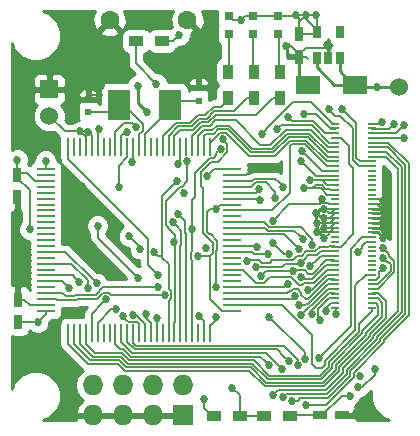
<source format=gtl>
G04 #@! TF.FileFunction,Copper,L1,Top,Signal*
%FSLAX46Y46*%
G04 Gerber Fmt 4.6, Leading zero omitted, Abs format (unit mm)*
G04 Created by KiCad (PCBNEW (2015-11-03 BZR 6296)-product) date Tuesday, November 24, 2015 'PMt' 09:03:28 PM*
%MOMM*%
G01*
G04 APERTURE LIST*
%ADD10C,0.100000*%
%ADD11R,0.750000X1.200000*%
%ADD12R,0.797560X0.797560*%
%ADD13R,1.727200X1.727200*%
%ADD14O,1.727200X1.727200*%
%ADD15R,0.900000X1.200000*%
%ADD16R,1.200000X0.900000*%
%ADD17R,0.280000X1.500000*%
%ADD18R,1.500000X0.280000*%
%ADD19R,1.900000X2.600000*%
%ADD20R,1.200000X0.750000*%
%ADD21R,0.700000X0.200000*%
%ADD22R,0.650000X1.060000*%
%ADD23R,0.500000X0.600000*%
%ADD24R,2.000000X1.600000*%
%ADD25C,1.524000*%
%ADD26C,1.600000*%
%ADD27R,1.501140X1.501140*%
%ADD28C,0.685800*%
%ADD29C,0.685801*%
%ADD30C,0.152400*%
%ADD31C,0.254000*%
%ADD32C,0.175000*%
G04 APERTURE END LIST*
D10*
D11*
X131200000Y-104550000D03*
X131200000Y-106450000D03*
X131250000Y-117000000D03*
X131250000Y-115100000D03*
X155070000Y-92640000D03*
X155070000Y-94540000D03*
D12*
X153300000Y-91100000D03*
X153300000Y-92598600D03*
X151150000Y-91100000D03*
X151150000Y-92598600D03*
X149100000Y-91100000D03*
X149100000Y-92598600D03*
D13*
X145200000Y-124900000D03*
D14*
X145200000Y-122360000D03*
X142660000Y-124900000D03*
X142660000Y-122360000D03*
X140120000Y-124900000D03*
X140120000Y-122360000D03*
X137580000Y-124900000D03*
X137580000Y-122360000D03*
D15*
X153450000Y-98000000D03*
X153450000Y-95800000D03*
X151250000Y-98000000D03*
X151250000Y-95800000D03*
X149050000Y-98000000D03*
X149050000Y-95800000D03*
D16*
X141250000Y-93200000D03*
X143450000Y-93200000D03*
D17*
X147500000Y-102150000D03*
X147000000Y-102150000D03*
X146500000Y-102150000D03*
X146000000Y-102150000D03*
X145500000Y-102150000D03*
X145000000Y-102150000D03*
X144500000Y-102150000D03*
X144000000Y-102150000D03*
X143500000Y-102150000D03*
X143000000Y-102150000D03*
X142500000Y-102150000D03*
X142000000Y-102150000D03*
X141500000Y-102150000D03*
X141000000Y-102150000D03*
X140500000Y-102150000D03*
X140000000Y-102150000D03*
X139500000Y-102150000D03*
X139000000Y-102150000D03*
X138500000Y-102150000D03*
X138000000Y-102150000D03*
X137500000Y-102150000D03*
X137000000Y-102150000D03*
X136500000Y-102150000D03*
X136000000Y-102150000D03*
X135500000Y-102150000D03*
D18*
X133600000Y-104050000D03*
X133600000Y-104550000D03*
X133600000Y-105050000D03*
X133600000Y-105550000D03*
X133600000Y-106050000D03*
X133600000Y-106550000D03*
X133600000Y-107050000D03*
X133600000Y-107550000D03*
X133600000Y-108050000D03*
X133600000Y-108550000D03*
X133600000Y-109050000D03*
X133600000Y-109550000D03*
X133600000Y-110050000D03*
X133600000Y-110550000D03*
X133600000Y-111050000D03*
X133600000Y-111550000D03*
X133600000Y-112050000D03*
X133600000Y-112550000D03*
X133600000Y-113050000D03*
X133600000Y-113550000D03*
X133600000Y-114050000D03*
X133600000Y-114550000D03*
X133600000Y-115050000D03*
X133600000Y-115550000D03*
X133600000Y-116050000D03*
D17*
X135500000Y-117950000D03*
X136000000Y-117950000D03*
X136500000Y-117950000D03*
X137000000Y-117950000D03*
X137500000Y-117950000D03*
X138000000Y-117950000D03*
X138500000Y-117950000D03*
X139000000Y-117950000D03*
X139500000Y-117950000D03*
X140000000Y-117950000D03*
X140500000Y-117950000D03*
X141000000Y-117950000D03*
X141500000Y-117950000D03*
X142000000Y-117950000D03*
X142500000Y-117950000D03*
X143000000Y-117950000D03*
X143500000Y-117950000D03*
X144000000Y-117950000D03*
X144500000Y-117950000D03*
X145000000Y-117950000D03*
X145500000Y-117950000D03*
X146000000Y-117950000D03*
X146500000Y-117950000D03*
X147000000Y-117950000D03*
X147500000Y-117950000D03*
D18*
X149400000Y-116050000D03*
X149400000Y-115550000D03*
X149400000Y-115050000D03*
X149400000Y-114550000D03*
X149400000Y-114050000D03*
X149400000Y-113550000D03*
X149400000Y-113050000D03*
X149400000Y-112550000D03*
X149400000Y-112050000D03*
X149400000Y-111550000D03*
X149400000Y-111050000D03*
X149400000Y-110550000D03*
X149400000Y-110050000D03*
X149400000Y-109550000D03*
X149400000Y-109050000D03*
X149400000Y-108550000D03*
X149400000Y-108050000D03*
X149400000Y-107550000D03*
X149400000Y-107050000D03*
X149400000Y-106550000D03*
X149400000Y-106050000D03*
X149400000Y-105550000D03*
X149400000Y-105050000D03*
X149400000Y-104550000D03*
X149400000Y-104050000D03*
D19*
X139800000Y-98600000D03*
X144100000Y-98600000D03*
D20*
X156780000Y-124900000D03*
X158680000Y-124900000D03*
D21*
X161190000Y-100200000D03*
X161190000Y-100600000D03*
X161190000Y-101000000D03*
X161190000Y-101400000D03*
X161190000Y-101800000D03*
X161190000Y-102200000D03*
X161190000Y-102600000D03*
X161190000Y-103000000D03*
X161190000Y-103400000D03*
X161190000Y-103800000D03*
X161190000Y-107800000D03*
X161190000Y-107400000D03*
X161190000Y-107000000D03*
X161190000Y-106600000D03*
X161190000Y-106200000D03*
X161190000Y-105800000D03*
X161190000Y-105400000D03*
X161190000Y-105000000D03*
X161190000Y-104600000D03*
X161190000Y-104200000D03*
X161190000Y-108200000D03*
X161190000Y-108600000D03*
X161190000Y-109000000D03*
X161190000Y-109400000D03*
X161190000Y-109800000D03*
X161190000Y-110200000D03*
X161190000Y-110600000D03*
X161190000Y-111000000D03*
X161190000Y-111400000D03*
X161190000Y-111800000D03*
X161190000Y-115800000D03*
X161190000Y-115400000D03*
X161190000Y-115000000D03*
X161190000Y-114600000D03*
X161190000Y-114200000D03*
X161190000Y-113800000D03*
X161190000Y-113400000D03*
X161190000Y-113000000D03*
X161190000Y-112600000D03*
X161190000Y-112200000D03*
X158110000Y-112200000D03*
X158110000Y-112600000D03*
X158110000Y-113000000D03*
X158110000Y-113400000D03*
X158110000Y-113800000D03*
X158110000Y-114200000D03*
X158110000Y-114600000D03*
X158110000Y-115000000D03*
X158110000Y-115400000D03*
X158110000Y-115800000D03*
X158110000Y-111800000D03*
X158110000Y-111400000D03*
X158110000Y-111000000D03*
X158110000Y-110600000D03*
X158110000Y-110200000D03*
X158110000Y-109800000D03*
X158110000Y-109400000D03*
X158110000Y-109000000D03*
X158110000Y-108600000D03*
X158110000Y-108200000D03*
X158110000Y-104200000D03*
X158110000Y-104600000D03*
X158110000Y-105000000D03*
X158110000Y-105400000D03*
X158110000Y-105800000D03*
X158110000Y-106200000D03*
X158110000Y-106600000D03*
X158110000Y-107000000D03*
X158110000Y-107400000D03*
X158110000Y-107800000D03*
X158110000Y-103800000D03*
X158110000Y-103400000D03*
X158110000Y-103000000D03*
X158110000Y-102600000D03*
X158110000Y-102200000D03*
X158110000Y-101800000D03*
X158110000Y-101400000D03*
X158110000Y-101000000D03*
X158110000Y-100600000D03*
X158110000Y-100200000D03*
D16*
X147860000Y-124950000D03*
X150060000Y-124950000D03*
X154290000Y-124960000D03*
X152090000Y-124960000D03*
D22*
X156580000Y-94660000D03*
X157530000Y-94660000D03*
X158480000Y-94660000D03*
X158480000Y-92460000D03*
X156580000Y-92460000D03*
D23*
X146550000Y-97150000D03*
X146550000Y-98250000D03*
X137200000Y-99250000D03*
X137200000Y-98150000D03*
D24*
X159800000Y-96900000D03*
X155800000Y-96900000D03*
D25*
X133900000Y-99550000D03*
D26*
X139000000Y-91450000D03*
X145600000Y-91450000D03*
D27*
X133900000Y-97300000D03*
D25*
X163525200Y-97078800D03*
D28*
X154795302Y-91020880D03*
X156500000Y-91020880D03*
X155650000Y-91020880D03*
X160250000Y-121550000D03*
X147292160Y-104599879D03*
X144789150Y-103608420D03*
X132250000Y-109150000D03*
X144900000Y-92704672D03*
X150150000Y-91450000D03*
X147000000Y-123500000D03*
X136500000Y-100850000D03*
X131200000Y-103250000D03*
X137200000Y-100900000D03*
X148000000Y-116600000D03*
X132942400Y-117000000D03*
D29*
X155484831Y-105661094D03*
D28*
X145278480Y-106106215D03*
X146571520Y-116500000D03*
X159881635Y-124710115D03*
X147150000Y-110728480D03*
X146150000Y-92700000D03*
X138250000Y-97050000D03*
X157450000Y-93500000D03*
X153950000Y-93650000D03*
X138118860Y-100652772D03*
X136700000Y-105500000D03*
X138150000Y-97750000D03*
X131250000Y-113900000D03*
X131200000Y-107650000D03*
X151000000Y-104100000D03*
X156000058Y-104999926D03*
X156000057Y-104999927D03*
D29*
X162150000Y-109849998D03*
X162150000Y-106750000D03*
X162150000Y-107500006D03*
X162150000Y-108250000D03*
X162150004Y-109000000D03*
D28*
X161650000Y-97100000D03*
X142174351Y-99246033D03*
X141395866Y-96995884D03*
X157200000Y-107450000D03*
X156500000Y-107750000D03*
X157200000Y-108200000D03*
D29*
X157199998Y-109000000D03*
X157199998Y-109850000D03*
X156550004Y-108600000D03*
X156550000Y-109400000D03*
D28*
X144347689Y-108563319D03*
X144800000Y-107850000D03*
X142950000Y-96800000D03*
X137913185Y-113696704D03*
X137138634Y-114127893D03*
X136417894Y-113583603D03*
X135550000Y-114100000D03*
X162110236Y-100071520D03*
X143000000Y-116650000D03*
D29*
X163112236Y-100200276D03*
D28*
X142100000Y-116350000D03*
D29*
X163939920Y-100332709D03*
D28*
X141003006Y-116399407D03*
D29*
X163908480Y-101402757D03*
D28*
X140174437Y-116526186D03*
X154920077Y-120654938D03*
X155600000Y-124017076D03*
X154436651Y-123694153D03*
X154155520Y-120311351D03*
X153686037Y-123321089D03*
X153623186Y-120958823D03*
X152866253Y-123145303D03*
X152466973Y-120604681D03*
X140515673Y-100904688D03*
X158699998Y-98950000D03*
X141252762Y-100505566D03*
X157550000Y-99000000D03*
X156164716Y-110444858D03*
X162152957Y-110738207D03*
X155358534Y-109999543D03*
X162118150Y-111575696D03*
X155028501Y-110807125D03*
X162156514Y-112413029D03*
X154085953Y-113766036D03*
D29*
X155236520Y-113183346D03*
D28*
X154690742Y-114803827D03*
D29*
X155768513Y-114264986D03*
D28*
X153047701Y-106481914D03*
D29*
X155083600Y-115556054D03*
D28*
X153682687Y-105522576D03*
D29*
X155238794Y-116379773D03*
D28*
X152442830Y-111269513D03*
D29*
X156121678Y-116305139D03*
D28*
X151500000Y-110650000D03*
D29*
X156850162Y-116804780D03*
D28*
X138726019Y-115077767D03*
D29*
X157298385Y-116096476D03*
D28*
X139580652Y-115932401D03*
D29*
X158170500Y-116353781D03*
D28*
X137988623Y-108849879D03*
X141400000Y-113250000D03*
X133600000Y-103350000D03*
X151800000Y-113100000D03*
D29*
X154573456Y-112664263D03*
D28*
X143100000Y-113000000D03*
X152821279Y-110275352D03*
X154224771Y-111209680D03*
D29*
X155983285Y-112276038D03*
X155175337Y-111971893D03*
D28*
X143667109Y-114677791D03*
X151363221Y-112306208D03*
X143107184Y-114054025D03*
X150639823Y-111836527D03*
X144475196Y-110185200D03*
X145599819Y-103395312D03*
D29*
X155266806Y-102526331D03*
D28*
X142798800Y-111099600D03*
X144724773Y-105036154D03*
D29*
X155199220Y-103361814D03*
D28*
X157000000Y-106600000D03*
X152800000Y-108400000D03*
D29*
X154081183Y-99629332D03*
D28*
X151754125Y-106645875D03*
D29*
X155451029Y-99374208D03*
D28*
X151664487Y-105750346D03*
X139770341Y-105559659D03*
X160000000Y-111100000D03*
X140930582Y-103462331D03*
X159330000Y-123220000D03*
X160024371Y-122519605D03*
X156700000Y-120071482D03*
X161450000Y-121000000D03*
X155556978Y-120110000D03*
X152540000Y-116530000D03*
X148040000Y-114000000D03*
X148000000Y-107400121D03*
X146000000Y-109145302D03*
X153150000Y-100650000D03*
X148400000Y-102350000D03*
X140665200Y-109728000D03*
X141579600Y-110794800D03*
X146456400Y-111404400D03*
X151895875Y-101095875D03*
X148606038Y-101537506D03*
X149400000Y-122550000D03*
D30*
X153300000Y-91100000D02*
X154716182Y-91100000D01*
X155070000Y-91295578D02*
X154795302Y-91020880D01*
X155650000Y-91325000D02*
X155650000Y-91020880D01*
X154716182Y-91100000D02*
X154795302Y-91020880D01*
X156580000Y-92460000D02*
X156580000Y-92255000D01*
X155070000Y-92640000D02*
X155070000Y-91600880D01*
X156580000Y-92460000D02*
X156580000Y-91100880D01*
X155070000Y-91600880D02*
X155307101Y-91363779D01*
X155307101Y-91363779D02*
X155650000Y-91020880D01*
X155070000Y-92640000D02*
X155070000Y-91295578D01*
X156500000Y-91020880D02*
X155650000Y-91020880D01*
X156580000Y-92255000D02*
X155650000Y-91325000D01*
X156580000Y-91100880D02*
X156500000Y-91020880D01*
X155650000Y-91020880D02*
X154795302Y-91020880D01*
X147842039Y-104050000D02*
X147635059Y-104256980D01*
X147635059Y-104256980D02*
X147292160Y-104599879D01*
X149400000Y-104050000D02*
X147842039Y-104050000D01*
X145000000Y-102150000D02*
X145000000Y-103397570D01*
X145000000Y-103397570D02*
X144789150Y-103608420D01*
X133900000Y-99550000D02*
X135200000Y-100850000D01*
X135200000Y-100850000D02*
X136500000Y-100850000D01*
X131200000Y-104550000D02*
X131200000Y-104775000D01*
X131200000Y-104775000D02*
X132250000Y-105825000D01*
X132250000Y-105825000D02*
X132250000Y-109150000D01*
X144557101Y-93047571D02*
X144900000Y-92704672D01*
X144404672Y-93200000D02*
X144557101Y-93047571D01*
X143450000Y-93200000D02*
X144404672Y-93200000D01*
X150150000Y-91450000D02*
X149450000Y-91450000D01*
X149450000Y-91450000D02*
X149100000Y-91100000D01*
X151150000Y-91100000D02*
X150500000Y-91100000D01*
X150500000Y-91100000D02*
X150150000Y-91450000D01*
X155070000Y-92640000D02*
X156400000Y-92640000D01*
X156400000Y-92640000D02*
X156580000Y-92460000D01*
X147860000Y-124950000D02*
X147710000Y-124950000D01*
X147710000Y-124950000D02*
X147000000Y-124240000D01*
X147000000Y-124240000D02*
X147000000Y-123500000D01*
X156906916Y-105661094D02*
X156184730Y-105661094D01*
X157445822Y-106200000D02*
X156906916Y-105661094D01*
X158110000Y-106200000D02*
X157445822Y-106200000D01*
X153300000Y-91100000D02*
X152748820Y-91100000D01*
X152748820Y-91100000D02*
X151150000Y-91100000D01*
X136500000Y-100850000D02*
X137000000Y-101350000D01*
X137000000Y-101350000D02*
X137000000Y-102150000D01*
X136500000Y-100850000D02*
X137150000Y-100850000D01*
X137150000Y-100850000D02*
X137200000Y-100900000D01*
X131200000Y-104400000D02*
X131200000Y-103250000D01*
X133600000Y-105050000D02*
X132697600Y-105050000D01*
X132047600Y-104400000D02*
X131200000Y-104400000D01*
X132697600Y-105050000D02*
X132047600Y-104400000D01*
X137000000Y-102150000D02*
X137000000Y-101100000D01*
X137000000Y-101100000D02*
X137200000Y-100900000D01*
X137500000Y-102150000D02*
X137500000Y-101200000D01*
X137500000Y-101200000D02*
X137200000Y-100900000D01*
X148000000Y-116840000D02*
X148000000Y-116600000D01*
X147500000Y-117950000D02*
X147500000Y-117340000D01*
X147500000Y-117340000D02*
X148000000Y-116840000D01*
X157273744Y-105704811D02*
X156968933Y-105400000D01*
X155969764Y-105661094D02*
X155484831Y-105661094D01*
X156445824Y-105400000D02*
X156184730Y-105661094D01*
X156968933Y-105400000D02*
X156445824Y-105400000D01*
X156184730Y-105661094D02*
X155969764Y-105661094D01*
X158110000Y-105823800D02*
X157728933Y-105823800D01*
X157728933Y-105823800D02*
X157609944Y-105704811D01*
X157609944Y-105704811D02*
X157273744Y-105704811D01*
X153300000Y-91100000D02*
X153350000Y-91150000D01*
X131250000Y-117000000D02*
X132942400Y-117000000D01*
X132942400Y-117000000D02*
X133600000Y-116342400D01*
X133600000Y-116342400D02*
X133600000Y-116050000D01*
X158110000Y-106223800D02*
X158072517Y-106186317D01*
X147000000Y-117950000D02*
X147000000Y-116928480D01*
X147000000Y-116928480D02*
X146914419Y-116842899D01*
X146914419Y-116842899D02*
X146571520Y-116500000D01*
X159691750Y-124900000D02*
X159881635Y-124710115D01*
X158680000Y-124900000D02*
X159691750Y-124900000D01*
D31*
X155070000Y-94540000D02*
X155070000Y-96170000D01*
X155070000Y-96170000D02*
X155800000Y-96900000D01*
D30*
X155790000Y-94732600D02*
X155597400Y-94540000D01*
X155597400Y-94540000D02*
X155070000Y-94540000D01*
X138150000Y-97750000D02*
X137200000Y-97750000D01*
X137200000Y-97750000D02*
X137200000Y-97975000D01*
X157530000Y-94660000D02*
X157530000Y-93580000D01*
X157530000Y-93580000D02*
X157450000Y-93500000D01*
X155070000Y-94315000D02*
X154405000Y-93650000D01*
X154405000Y-93650000D02*
X153950000Y-93650000D01*
X157530000Y-94660000D02*
X157530000Y-93977600D01*
X157530000Y-93977600D02*
X157340000Y-93787600D01*
X157340000Y-93787600D02*
X155597400Y-93787600D01*
X155597400Y-93787600D02*
X155070000Y-94315000D01*
X155070000Y-94315000D02*
X155070000Y-94540000D01*
D31*
X161190000Y-107400000D02*
X162049994Y-107400000D01*
X162049994Y-107400000D02*
X162150000Y-107500006D01*
X161190000Y-107800000D02*
X161850006Y-107800000D01*
X161850006Y-107800000D02*
X162150000Y-107500006D01*
X161190000Y-108200000D02*
X162100000Y-108200000D01*
X162100000Y-108200000D02*
X162150000Y-108250000D01*
X161190000Y-108600000D02*
X161800000Y-108600000D01*
X161800000Y-108600000D02*
X162150000Y-108250000D01*
X161190000Y-109000000D02*
X162150004Y-109000000D01*
X161190000Y-109400000D02*
X161700002Y-109400000D01*
X161700002Y-109400000D02*
X162150000Y-109849998D01*
D30*
X138000000Y-102150000D02*
X138000000Y-100771632D01*
X138000000Y-100771632D02*
X138118860Y-100652772D01*
X131250000Y-115100000D02*
X131250000Y-113900000D01*
X131200000Y-106300000D02*
X131200000Y-107650000D01*
X149400000Y-104550000D02*
X150550000Y-104550000D01*
X150550000Y-104550000D02*
X151000000Y-104100000D01*
X158110000Y-105000000D02*
X157000000Y-105000000D01*
X157000000Y-105000000D02*
X156000132Y-105000000D01*
X157400000Y-105400000D02*
X157000000Y-105000000D01*
X158110000Y-105400000D02*
X157400000Y-105400000D01*
X156000132Y-105000000D02*
X156000058Y-104999926D01*
X162150000Y-107565067D02*
X162150000Y-109849998D01*
D32*
X161190000Y-106600000D02*
X162000000Y-106600000D01*
X162000000Y-106600000D02*
X162150000Y-106750000D01*
X161190000Y-107000000D02*
X161649994Y-107000000D01*
X161649994Y-107000000D02*
X162150000Y-107500006D01*
X161190000Y-107000000D02*
X161900000Y-107000000D01*
X161900000Y-107000000D02*
X162150000Y-106750000D01*
D30*
X162150000Y-106783800D02*
X162150000Y-107765067D01*
X162150000Y-107765067D02*
X162150000Y-108250000D01*
X162150004Y-108515067D02*
X162150004Y-109000000D01*
X162150004Y-107583804D02*
X162150004Y-108515067D01*
X131250000Y-115100000D02*
X131777400Y-115100000D01*
X131777400Y-115100000D02*
X132227400Y-115550000D01*
X132227400Y-115550000D02*
X132697600Y-115550000D01*
X132697600Y-115550000D02*
X133600000Y-115550000D01*
X146550000Y-98250000D02*
X144450000Y-98250000D01*
X144450000Y-98250000D02*
X144100000Y-98600000D01*
X144100000Y-98950000D02*
X142000000Y-101050000D01*
X144100000Y-98600000D02*
X144100000Y-98950000D01*
X142000000Y-101050000D02*
X142000000Y-101247600D01*
X142000000Y-101247600D02*
X142000000Y-102150000D01*
X144150000Y-98650000D02*
X144100000Y-98600000D01*
X141824264Y-100779888D02*
X141824264Y-100231244D01*
X141500000Y-102150000D02*
X141500000Y-101104152D01*
X141824264Y-100231244D02*
X140193020Y-98600000D01*
X141500000Y-101104152D02*
X141824264Y-100779888D01*
X140193020Y-98600000D02*
X139800000Y-98600000D01*
X137200000Y-99250000D02*
X139150000Y-99250000D01*
X139150000Y-99250000D02*
X139800000Y-98600000D01*
D31*
X163525200Y-97078800D02*
X162321200Y-97078800D01*
X162321200Y-97078800D02*
X162300000Y-97100000D01*
X161650000Y-97100000D02*
X162300000Y-97100000D01*
X161650000Y-97100000D02*
X160000000Y-97100000D01*
X160000000Y-97100000D02*
X159800000Y-96900000D01*
X156580000Y-94660000D02*
X156580000Y-95444000D01*
X156580000Y-95444000D02*
X158036000Y-96900000D01*
X158036000Y-96900000D02*
X158546000Y-96900000D01*
X158546000Y-96900000D02*
X159800000Y-96900000D01*
X158480000Y-94660000D02*
X158480000Y-95780000D01*
X158480000Y-95780000D02*
X159600000Y-96900000D01*
X159600000Y-96900000D02*
X159800000Y-96900000D01*
D30*
X156600000Y-95000000D02*
X156375000Y-95000000D01*
X153350000Y-92648600D02*
X153350000Y-95700000D01*
X153350000Y-95700000D02*
X153450000Y-95800000D01*
X151150000Y-92598600D02*
X151150000Y-95700000D01*
X151150000Y-95700000D02*
X151250000Y-95800000D01*
X149100000Y-92598600D02*
X149100000Y-95750000D01*
X149100000Y-95750000D02*
X149050000Y-95800000D01*
D31*
X141395866Y-98467548D02*
X141831452Y-98903134D01*
X141831452Y-98903134D02*
X142174351Y-99246033D01*
X141395866Y-96995884D02*
X141395866Y-98467548D01*
X157200000Y-108200000D02*
X156950000Y-108200000D01*
X156950000Y-108200000D02*
X156500000Y-107750000D01*
X157199998Y-109000000D02*
X157199998Y-108200002D01*
X157199998Y-108200002D02*
X157200000Y-108200000D01*
X156550000Y-109400000D02*
X156749998Y-109400000D01*
X156749998Y-109400000D02*
X157199998Y-109850000D01*
X156550004Y-108600000D02*
X156550004Y-109399996D01*
X156550004Y-109399996D02*
X156550000Y-109400000D01*
X156500000Y-107750000D02*
X156500000Y-108549996D01*
X156500000Y-108549996D02*
X156550004Y-108600000D01*
X157200000Y-107450000D02*
X156800000Y-107450000D01*
X156800000Y-107450000D02*
X156500000Y-107750000D01*
D30*
X157199998Y-109000000D02*
X156950000Y-109000000D01*
X156950000Y-109000000D02*
X156550000Y-109400000D01*
X157200000Y-108200000D02*
X157710000Y-108200000D01*
X157710000Y-108200000D02*
X158110000Y-107800000D01*
X158110000Y-107800000D02*
X157550000Y-107800000D01*
X157550000Y-107800000D02*
X157200000Y-107450000D01*
X157200000Y-107450000D02*
X158060000Y-107450000D01*
X158060000Y-107450000D02*
X158110000Y-107400000D01*
X158110000Y-107423800D02*
X157833800Y-107700000D01*
X157684931Y-109000000D02*
X157199998Y-109000000D01*
X158110000Y-108576200D02*
X157686200Y-109000000D01*
X157686200Y-109000000D02*
X157684931Y-109000000D01*
X157542897Y-109507101D02*
X157199998Y-109850000D01*
X157673798Y-109376200D02*
X157542897Y-109507101D01*
X158110000Y-109376200D02*
X157673798Y-109376200D01*
X157034937Y-108600000D02*
X156550004Y-108600000D01*
X157686200Y-108600000D02*
X157034937Y-108600000D01*
X158110000Y-108176200D02*
X157686200Y-108600000D01*
X157034933Y-109400000D02*
X156550000Y-109400000D01*
X157686200Y-109400000D02*
X157034933Y-109400000D01*
X158110000Y-108976200D02*
X157686200Y-109400000D01*
X145000000Y-117950000D02*
X145000000Y-110506228D01*
X145046706Y-110459522D02*
X145046706Y-109262336D01*
X145046706Y-109262336D02*
X144690588Y-108906218D01*
X145000000Y-110506228D02*
X145046706Y-110459522D01*
X144690588Y-108906218D02*
X144347689Y-108563319D01*
X145428498Y-108478498D02*
X145142899Y-108192899D01*
X145428498Y-109419624D02*
X145428498Y-108478498D01*
X145500000Y-109491126D02*
X145428498Y-109419624D01*
X145500000Y-117950000D02*
X145500000Y-109491126D01*
X145142899Y-108192899D02*
X144800000Y-107850000D01*
X141250000Y-93200000D02*
X141250000Y-95100000D01*
X141250000Y-95100000D02*
X142950000Y-96800000D01*
X135266481Y-111050000D02*
X137570286Y-113353805D01*
X137570286Y-113353805D02*
X137913185Y-113696704D01*
X133600000Y-111050000D02*
X135266481Y-111050000D01*
X133600000Y-112050000D02*
X135745824Y-112050000D01*
X137138634Y-113442810D02*
X137138634Y-113642960D01*
X137138634Y-113642960D02*
X137138634Y-114127893D01*
X135745824Y-112050000D02*
X137138634Y-113442810D01*
X136074995Y-113240704D02*
X136417894Y-113583603D01*
X135884291Y-113050000D02*
X136074995Y-113240704D01*
X133600000Y-113050000D02*
X135884291Y-113050000D01*
X135000000Y-113550000D02*
X135207101Y-113757101D01*
X133600000Y-113550000D02*
X135000000Y-113550000D01*
X135207101Y-113757101D02*
X135550000Y-114100000D01*
X161981756Y-100200000D02*
X162110236Y-100071520D01*
X161190000Y-100200000D02*
X161981756Y-100200000D01*
X143000000Y-117950000D02*
X143000000Y-116650000D01*
X162669490Y-100643022D02*
X162769337Y-100543175D01*
X161209222Y-100643022D02*
X162669490Y-100643022D01*
X161190000Y-100623800D02*
X161209222Y-100643022D01*
X162769337Y-100543175D02*
X163112236Y-100200276D01*
X142100000Y-116647600D02*
X142100000Y-116350000D01*
X142500000Y-117950000D02*
X142500000Y-117047600D01*
X142500000Y-117047600D02*
X142100000Y-116647600D01*
X161190000Y-101023800D02*
X163248829Y-101023800D01*
X163597021Y-100675608D02*
X163939920Y-100332709D01*
X163248829Y-101023800D02*
X163597021Y-100675608D01*
X142000000Y-117145824D02*
X141253583Y-116399407D01*
X141253583Y-116399407D02*
X141003006Y-116399407D01*
X142000000Y-117950000D02*
X142000000Y-117145824D01*
X161211043Y-101402757D02*
X163423547Y-101402757D01*
X161190000Y-101423800D02*
X161211043Y-101402757D01*
X163423547Y-101402757D02*
X163908480Y-101402757D01*
X141500000Y-117176891D02*
X141294509Y-116971399D01*
X141500000Y-117950000D02*
X141500000Y-117176891D01*
X140619650Y-116971399D02*
X140517336Y-116869085D01*
X140517336Y-116869085D02*
X140174437Y-116526186D01*
X141294509Y-116971399D02*
X140619650Y-116971399D01*
X161190000Y-101800000D02*
X162600003Y-101800000D01*
X156084933Y-124017076D02*
X155600000Y-124017076D01*
X159678499Y-121665861D02*
X157327284Y-124017076D01*
X162243299Y-118710879D02*
X159678499Y-121275679D01*
X162243299Y-118538925D02*
X162243299Y-118710879D01*
X157327284Y-124017076D02*
X156084933Y-124017076D01*
X164350000Y-116432224D02*
X162243299Y-118538925D01*
X164350000Y-103549997D02*
X164350000Y-116432224D01*
X162600003Y-101800000D02*
X164350000Y-103549997D01*
X159678499Y-121275679D02*
X159678499Y-121665861D01*
X141000000Y-117950000D02*
X141000000Y-118751482D01*
X141000000Y-118751482D02*
X141253327Y-119004809D01*
X146176257Y-119004809D02*
X146181066Y-119000000D01*
X154920077Y-120170005D02*
X154920077Y-120654938D01*
X153750072Y-119000000D02*
X154920077Y-120170005D01*
X146181066Y-119000000D02*
X153750072Y-119000000D01*
X141253327Y-119004809D02*
X146176257Y-119004809D01*
X161190000Y-102200000D02*
X162568936Y-102200000D01*
X164045189Y-116305968D02*
X161938488Y-118412669D01*
X157467737Y-123445556D02*
X155170181Y-123445556D01*
X159373688Y-121539605D02*
X157467737Y-123445556D01*
X159373688Y-121149423D02*
X159373688Y-121539605D01*
X162568936Y-102200000D02*
X164045189Y-103676253D01*
X161938488Y-118412669D02*
X161938488Y-118584623D01*
X154921584Y-123694153D02*
X154436651Y-123694153D01*
X164045189Y-103676253D02*
X164045189Y-116305968D01*
X155170181Y-123445556D02*
X154921584Y-123694153D01*
X161938488Y-118584623D02*
X159373688Y-121149423D01*
X146302513Y-119309620D02*
X146307322Y-119304811D01*
X153148980Y-119304811D02*
X153812621Y-119968452D01*
X140500000Y-117950000D02*
X140500000Y-118682549D01*
X146307322Y-119304811D02*
X153148980Y-119304811D01*
X141127071Y-119309620D02*
X146302513Y-119309620D01*
X140500000Y-118682549D02*
X141127071Y-119309620D01*
X153812621Y-119968452D02*
X154155520Y-120311351D01*
X159068877Y-121413349D02*
X157391481Y-123090745D01*
X153916381Y-123090745D02*
X153686037Y-123321089D01*
X161633677Y-118458367D02*
X159068877Y-121023167D01*
X163735935Y-103905055D02*
X163735935Y-116184155D01*
X161190000Y-102600000D02*
X162430880Y-102600000D01*
X163735935Y-116184155D02*
X161633677Y-118286413D01*
X162430880Y-102600000D02*
X163735935Y-103905055D01*
X161633677Y-118286413D02*
X161633677Y-118458367D01*
X157391481Y-123090745D02*
X153916381Y-123090745D01*
X159068877Y-121023167D02*
X159068877Y-121413349D01*
X140000000Y-118682549D02*
X140931882Y-119614431D01*
X140931882Y-119614431D02*
X146428769Y-119614431D01*
X153280287Y-120609587D02*
X153280287Y-120615924D01*
X146428769Y-119614431D02*
X146433578Y-119609622D01*
X146433578Y-119609622D02*
X152280322Y-119609622D01*
X152280322Y-119609622D02*
X153280287Y-120609587D01*
X153280287Y-120615924D02*
X153623186Y-120958823D01*
X158764066Y-121287093D02*
X157301590Y-122749569D01*
X163431124Y-116057899D02*
X161328866Y-118160157D01*
X161328866Y-118332111D02*
X158764066Y-120896911D01*
X158764066Y-120896911D02*
X158764066Y-121287093D01*
X161190000Y-103023800D02*
X162391653Y-103023800D01*
X161328866Y-118160157D02*
X161328866Y-118332111D01*
X153261987Y-122749569D02*
X153209152Y-122802404D01*
X157301590Y-122749569D02*
X153261987Y-122749569D01*
X163431124Y-104063271D02*
X163431124Y-116057899D01*
X162391653Y-103023800D02*
X163431124Y-104063271D01*
X153209152Y-122802404D02*
X152866253Y-123145303D01*
X139914912Y-119267312D02*
X140153696Y-119267312D01*
X146555025Y-119919242D02*
X146559834Y-119914433D01*
X146559834Y-119914433D02*
X151776725Y-119914433D01*
X139500000Y-117950000D02*
X139500000Y-118852400D01*
X152124074Y-120261782D02*
X152466973Y-120604681D01*
X139500000Y-118852400D02*
X139914912Y-119267312D01*
X151776725Y-119914433D02*
X152124074Y-120261782D01*
X140153696Y-119267312D02*
X140805626Y-119919242D01*
X140805626Y-119919242D02*
X146555025Y-119919242D01*
X140000000Y-102150000D02*
X140000000Y-101247600D01*
X140000000Y-101247600D02*
X140342912Y-100904688D01*
X140342912Y-100904688D02*
X140515673Y-100904688D01*
X161190000Y-103400000D02*
X160200000Y-103400000D01*
X160200000Y-103400000D02*
X159909622Y-103109622D01*
X159909622Y-103109622D02*
X159909622Y-100159624D01*
X159909622Y-100159624D02*
X159042897Y-99292899D01*
X159042897Y-99292899D02*
X158699998Y-98950000D01*
X140909863Y-100162667D02*
X141252762Y-100505566D01*
X140209738Y-100162667D02*
X140909863Y-100162667D01*
X139500000Y-102150000D02*
X139500000Y-100872405D01*
X139500000Y-100872405D02*
X140209738Y-100162667D01*
X158556434Y-99521501D02*
X158071501Y-99521501D01*
X157892899Y-99342899D02*
X157550000Y-99000000D01*
X159604811Y-103285878D02*
X159604811Y-100569878D01*
X159604811Y-100569878D02*
X158556434Y-99521501D01*
X160118933Y-103800000D02*
X159604811Y-103285878D01*
X161190000Y-103800000D02*
X160118933Y-103800000D01*
X158071501Y-99521501D02*
X157892899Y-99342899D01*
X140679371Y-120224053D02*
X146681281Y-120224053D01*
X146686090Y-120219244D02*
X151223422Y-120219244D01*
X157544822Y-120782069D02*
X157544822Y-120391887D01*
X137000000Y-118852400D02*
X137759283Y-119611683D01*
X161190000Y-116052400D02*
X161190000Y-115800000D01*
X152534503Y-121530325D02*
X156796566Y-121530325D01*
X151223422Y-120219244D02*
X152534503Y-121530325D01*
X146681281Y-120224053D02*
X146686090Y-120219244D01*
X140067001Y-119611683D02*
X140679371Y-120224053D01*
X137000000Y-117950000D02*
X137000000Y-118852400D01*
X157544822Y-120391887D02*
X160109622Y-117827087D01*
X160109622Y-117827087D02*
X160109622Y-117132778D01*
X156796566Y-121530325D02*
X157544822Y-120782069D01*
X160109622Y-117132778D02*
X161190000Y-116052400D01*
X137759283Y-119611683D02*
X140067001Y-119611683D01*
X139940745Y-119916494D02*
X140553115Y-120528864D01*
X160414433Y-117781389D02*
X161768601Y-116427221D01*
X146812346Y-120524055D02*
X151097166Y-120524055D01*
X146807537Y-120528864D02*
X146812346Y-120524055D01*
X161540000Y-115376200D02*
X161190000Y-115376200D01*
X160414433Y-117953343D02*
X160414433Y-117781389D01*
X161768601Y-115604801D02*
X161540000Y-115376200D01*
X161768601Y-116427221D02*
X161768601Y-115604801D01*
X157849633Y-120908325D02*
X157849633Y-120518143D01*
X156922822Y-121835136D02*
X157849633Y-120908325D01*
X140553115Y-120528864D02*
X146807537Y-120528864D01*
X136500000Y-118852400D02*
X137564094Y-119916494D01*
X136500000Y-117950000D02*
X136500000Y-118852400D01*
X157849633Y-120518143D02*
X160414433Y-117953343D01*
X151097166Y-120524055D02*
X152408247Y-121835136D01*
X137564094Y-119916494D02*
X139940745Y-119916494D01*
X152408247Y-121835136D02*
X156922822Y-121835136D01*
X136000000Y-117950000D02*
X136000000Y-118852400D01*
X160719244Y-117907645D02*
X162073412Y-116553477D01*
X139814489Y-120221305D02*
X140426859Y-120833675D01*
X161707774Y-114976200D02*
X161190000Y-114976200D01*
X162073412Y-115341838D02*
X161707774Y-114976200D01*
X160719244Y-118079599D02*
X160719244Y-117907645D01*
X158154444Y-120644399D02*
X160719244Y-118079599D01*
X158154444Y-121034581D02*
X158154444Y-120644399D01*
X157049078Y-122139947D02*
X158154444Y-121034581D01*
X146933793Y-120833675D02*
X146938602Y-120828866D01*
X146938602Y-120828866D02*
X150970910Y-120828866D01*
X136000000Y-118852400D02*
X137368905Y-120221305D01*
X152281991Y-122139947D02*
X157049078Y-122139947D01*
X140426859Y-120833675D02*
X146933793Y-120833675D01*
X137368905Y-120221305D02*
X139814489Y-120221305D01*
X162073412Y-116553477D02*
X162073412Y-115341838D01*
X150970910Y-120828866D02*
X152281991Y-122139947D01*
X140300602Y-121138486D02*
X147060049Y-121138486D01*
X162378223Y-116679733D02*
X162378223Y-115215582D01*
X135500000Y-118852400D02*
X137200690Y-120553090D01*
X162378223Y-115215582D02*
X161738841Y-114576200D01*
X161024055Y-118033901D02*
X162378223Y-116679733D01*
X161024055Y-118205855D02*
X161024055Y-118033901D01*
X157175334Y-122444758D02*
X158459255Y-121160837D01*
X150833677Y-121133677D02*
X152144758Y-122444758D01*
X139715206Y-120553090D02*
X140300602Y-121138486D01*
X161738841Y-114576200D02*
X161190000Y-114576200D01*
X152144758Y-122444758D02*
X157175334Y-122444758D01*
X137200690Y-120553090D02*
X139715206Y-120553090D01*
X158459255Y-121160837D02*
X158459255Y-120770655D01*
X135500000Y-117950000D02*
X135500000Y-118852400D01*
X147060049Y-121138486D02*
X147064858Y-121133677D01*
X158459255Y-120770655D02*
X161024055Y-118205855D01*
X147064858Y-121133677D02*
X150833677Y-121133677D01*
X152104176Y-108550000D02*
X152525678Y-108971502D01*
X156164716Y-109959925D02*
X156164716Y-110444858D01*
X155929114Y-109724323D02*
X156164716Y-109959925D01*
X155928498Y-109724323D02*
X155929114Y-109724323D01*
X155175677Y-108971502D02*
X155928498Y-109724323D01*
X152525678Y-108971502D02*
X155175677Y-108971502D01*
X149400000Y-108550000D02*
X152104176Y-108550000D01*
X163126313Y-112787302D02*
X163126313Y-111849422D01*
X162495856Y-111081106D02*
X162152957Y-110738207D01*
X162697618Y-111282868D02*
X162495856Y-111081106D01*
X163126313Y-111849422D02*
X162697618Y-111420727D01*
X161190000Y-114200000D02*
X161713615Y-114200000D01*
X161713615Y-114200000D02*
X163126313Y-112787302D01*
X162697618Y-111420727D02*
X162697618Y-111282868D01*
X155015635Y-109656644D02*
X155358534Y-109999543D01*
X154635304Y-109276313D02*
X155015635Y-109656644D01*
X152399422Y-109276313D02*
X154635304Y-109276313D01*
X149400000Y-109050000D02*
X152173109Y-109050000D01*
X152173109Y-109050000D02*
X152399422Y-109276313D01*
X161190000Y-113776200D02*
X161706349Y-113776200D01*
X162821502Y-112123459D02*
X162616638Y-111918595D01*
X161706349Y-113776200D02*
X162821502Y-112661047D01*
X162461049Y-111918595D02*
X162118150Y-111575696D01*
X162616638Y-111918595D02*
X162461049Y-111918595D01*
X162821502Y-112661047D02*
X162821502Y-112123459D01*
X154685602Y-110464226D02*
X155028501Y-110807125D01*
X152273166Y-109581124D02*
X153802500Y-109581124D01*
X153802500Y-109581124D02*
X154685602Y-110464226D01*
X149400000Y-109550000D02*
X152242042Y-109550000D01*
X152242042Y-109550000D02*
X152273166Y-109581124D01*
X161602477Y-113400000D02*
X161813615Y-113188862D01*
X161813615Y-112755928D02*
X162156514Y-112413029D01*
X161190000Y-113400000D02*
X161602477Y-113400000D01*
X161813615Y-113188862D02*
X161813615Y-112755928D01*
X159804811Y-117700831D02*
X159804811Y-113882789D01*
X149400000Y-115550000D02*
X153563198Y-115550000D01*
X157240011Y-120655813D02*
X157240011Y-120265631D01*
X156128498Y-120524322D02*
X156475678Y-120871502D01*
X157024322Y-120871502D02*
X157240011Y-120655813D01*
X156475678Y-120871502D02*
X157024322Y-120871502D01*
X153563198Y-115550000D02*
X156128498Y-118115300D01*
X157240011Y-120265631D02*
X159804811Y-117700831D01*
X159804811Y-113882789D02*
X160687600Y-113000000D01*
X156128498Y-118115300D02*
X156128498Y-120524322D01*
X160687600Y-113000000D02*
X161190000Y-113000000D01*
X149400000Y-114050000D02*
X153801989Y-114050000D01*
X153801989Y-114050000D02*
X154085953Y-113766036D01*
X156156017Y-113388673D02*
X155441847Y-113388673D01*
X158110000Y-112176200D02*
X157368490Y-112176200D01*
X155441847Y-113388673D02*
X155236520Y-113183346D01*
X157368490Y-112176200D02*
X156156017Y-113388673D01*
X151423902Y-113671502D02*
X150302400Y-112550000D01*
X152551289Y-113194535D02*
X152074322Y-113671502D01*
X154360274Y-113194535D02*
X152551289Y-113194535D01*
X157403398Y-112576200D02*
X156286114Y-113693484D01*
X150302400Y-112550000D02*
X149400000Y-112550000D01*
X158110000Y-112576200D02*
X157403398Y-112576200D01*
X155494191Y-113693484D02*
X155293580Y-113894095D01*
X155293580Y-113894095D02*
X155059834Y-113894095D01*
X155059834Y-113894095D02*
X154360274Y-113194535D01*
X152074322Y-113671502D02*
X151423902Y-113671502D01*
X156286114Y-113693484D02*
X155494191Y-113693484D01*
X149400000Y-115050000D02*
X154444569Y-115050000D01*
X154444569Y-115050000D02*
X154690742Y-114803827D01*
X156145680Y-114264986D02*
X155768513Y-114264986D01*
X157434466Y-112976200D02*
X156145680Y-114264986D01*
X158110000Y-112976200D02*
X157434466Y-112976200D01*
X150302400Y-114550000D02*
X149400000Y-114550000D01*
X154054177Y-114550000D02*
X150302400Y-114550000D01*
X154495245Y-114202566D02*
X154360274Y-114337537D01*
X154266640Y-114337537D02*
X154054177Y-114550000D01*
X154950254Y-114202566D02*
X154495245Y-114202566D01*
X155247434Y-114674553D02*
X155247434Y-114499746D01*
X155799307Y-115042427D02*
X155615308Y-115042427D01*
X158110000Y-113376200D02*
X157465534Y-113376200D01*
X155615308Y-115042427D02*
X155247434Y-114674553D01*
X154360274Y-114337537D02*
X154266640Y-114337537D01*
X157465534Y-113376200D02*
X155799307Y-115042427D01*
X155247434Y-114499746D02*
X154950254Y-114202566D01*
X151019011Y-105550000D02*
X151390166Y-105178845D01*
X149400000Y-105550000D02*
X151019011Y-105550000D01*
X152229565Y-105178845D02*
X153047701Y-105996981D01*
X153047701Y-105996981D02*
X153047701Y-106481914D01*
X151390166Y-105178845D02*
X152229565Y-105178845D01*
X155568533Y-115556054D02*
X155083600Y-115556054D01*
X155692818Y-115431769D02*
X155568533Y-115556054D01*
X155811863Y-115431769D02*
X155692818Y-115431769D01*
X156006107Y-115266694D02*
X155811863Y-115431769D01*
X157496601Y-113776200D02*
X156006107Y-115266694D01*
X158110000Y-113776200D02*
X157496601Y-113776200D01*
X151263910Y-104874034D02*
X153034145Y-104874034D01*
X153339788Y-105179677D02*
X153682687Y-105522576D01*
X153034145Y-104874034D02*
X153339788Y-105179677D01*
X149400000Y-105050000D02*
X151087944Y-105050000D01*
X151087944Y-105050000D02*
X151263910Y-104874034D01*
X155581693Y-116036874D02*
X155238794Y-116379773D01*
X155881987Y-115736580D02*
X155581693Y-116036874D01*
X155923887Y-115736580D02*
X155881987Y-115736580D01*
X158110000Y-114176200D02*
X157527667Y-114176200D01*
X156212897Y-115490970D02*
X155923887Y-115736580D01*
X157527667Y-114176200D02*
X156212897Y-115490970D01*
X149400000Y-111050000D02*
X151054176Y-111050000D01*
X151273689Y-111269513D02*
X151957897Y-111269513D01*
X151054176Y-111050000D02*
X151273689Y-111269513D01*
X151957897Y-111269513D02*
X152442830Y-111269513D01*
X157558734Y-114576200D02*
X156121678Y-116013256D01*
X158110000Y-114576200D02*
X157558734Y-114576200D01*
X156121678Y-116013256D02*
X156121678Y-116305139D01*
X151400000Y-110550000D02*
X151500000Y-110650000D01*
X149400000Y-110550000D02*
X151400000Y-110550000D01*
X158110000Y-114976200D02*
X157589801Y-114976200D01*
X156693198Y-115872803D02*
X156693198Y-116647816D01*
X156693198Y-116647816D02*
X156850162Y-116804780D01*
X157589801Y-114976200D02*
X156693198Y-115872803D01*
X137500000Y-116303786D02*
X138383120Y-115420666D01*
X137500000Y-117950000D02*
X137500000Y-116303786D01*
X138383120Y-115420666D02*
X138726019Y-115077767D01*
X158110000Y-115376200D02*
X157760000Y-115376200D01*
X157760000Y-115376200D02*
X157298385Y-115837815D01*
X157298385Y-115837815D02*
X157298385Y-116096476D01*
X139115199Y-115932401D02*
X139580652Y-115932401D01*
X138000000Y-117950000D02*
X138000000Y-117047600D01*
X138000000Y-117047600D02*
X139115199Y-115932401D01*
X158255301Y-115800000D02*
X158239348Y-115800000D01*
X158170500Y-115868848D02*
X158170500Y-116353781D01*
X158239348Y-115800000D02*
X158170500Y-115868848D01*
X137988623Y-109334812D02*
X137988623Y-108849879D01*
X137988623Y-109838623D02*
X137988623Y-109334812D01*
X141400000Y-113250000D02*
X137988623Y-109838623D01*
X133600000Y-104050000D02*
X133600000Y-103350000D01*
X152235737Y-112664263D02*
X151800000Y-113100000D01*
X154573456Y-112664263D02*
X152235737Y-112664263D01*
X155808022Y-112909025D02*
X155510842Y-112611845D01*
X158110000Y-111776200D02*
X157321518Y-111776200D01*
X156188693Y-112909025D02*
X155808022Y-112909025D01*
X154625874Y-112611845D02*
X154573456Y-112664263D01*
X157321518Y-111776200D02*
X156188693Y-112909025D01*
X155510842Y-112611845D02*
X154625874Y-112611845D01*
X142227299Y-109927299D02*
X142227299Y-112127299D01*
X135500000Y-103200000D02*
X142227299Y-109927299D01*
X135500000Y-102150000D02*
X135500000Y-103200000D01*
X142227299Y-112127299D02*
X142757101Y-112657101D01*
X142757101Y-112657101D02*
X143100000Y-113000000D01*
X156384392Y-111933139D02*
X156326184Y-111933139D01*
X156326184Y-111933139D02*
X155983285Y-112276038D01*
X156941331Y-111376200D02*
X156384392Y-111933139D01*
X158110000Y-111376200D02*
X156941331Y-111376200D01*
X152821279Y-110275352D02*
X153755607Y-111209680D01*
X153755607Y-111209680D02*
X154224771Y-111209680D01*
X136150577Y-115126312D02*
X136226889Y-115050000D01*
X134578712Y-115126312D02*
X136150577Y-115126312D01*
X134502400Y-115050000D02*
X134578712Y-115126312D01*
X133600000Y-115050000D02*
X134502400Y-115050000D01*
X139151865Y-114677791D02*
X143182176Y-114677791D01*
X138980339Y-114506265D02*
X139151865Y-114677791D01*
X143182176Y-114677791D02*
X143667109Y-114677791D01*
X137907962Y-115050000D02*
X138451697Y-114506265D01*
X138451697Y-114506265D02*
X138980339Y-114506265D01*
X136226889Y-115050000D02*
X137907962Y-115050000D01*
X156565294Y-111321171D02*
X155826059Y-111321171D01*
X156910151Y-110976314D02*
X156565294Y-111321171D01*
X155826059Y-111321171D02*
X155518236Y-111628994D01*
X158110000Y-110976200D02*
X158109886Y-110976314D01*
X158109886Y-110976314D02*
X156910151Y-110976314D01*
X155061237Y-112085993D02*
X155175337Y-111971893D01*
X155518236Y-111628994D02*
X155175337Y-111971893D01*
X153824193Y-112085993D02*
X155061237Y-112085993D01*
X153603978Y-112306208D02*
X153824193Y-112085993D01*
X151363221Y-112306208D02*
X153603978Y-112306208D01*
X158612400Y-110600000D02*
X158110000Y-110600000D01*
X159300000Y-102087600D02*
X159300000Y-103581066D01*
X159650000Y-103931066D02*
X159650000Y-109562400D01*
X158612400Y-101400000D02*
X159300000Y-102087600D01*
X159650000Y-109562400D02*
X158612400Y-110600000D01*
X159300000Y-103581066D02*
X159650000Y-103931066D01*
X158110000Y-101400000D02*
X158612400Y-101400000D01*
X142622251Y-114054025D02*
X143107184Y-114054025D01*
X138472870Y-114054025D02*
X142622251Y-114054025D01*
X135004176Y-114550000D02*
X135275677Y-114821501D01*
X136024321Y-114821501D02*
X136146427Y-114699395D01*
X135275677Y-114821501D02*
X136024321Y-114821501D01*
X136146427Y-114699395D02*
X137827500Y-114699395D01*
X133600000Y-114550000D02*
X135004176Y-114550000D01*
X137827500Y-114699395D02*
X138472870Y-114054025D01*
X151637543Y-111734706D02*
X150741644Y-111734706D01*
X155672356Y-111016360D02*
X155310072Y-111378644D01*
X154901631Y-111378644D02*
X154499093Y-111781182D01*
X157474323Y-110671503D02*
X156783895Y-110671503D01*
X156439038Y-111016360D02*
X155672356Y-111016360D01*
X156783895Y-110671503D02*
X156439038Y-111016360D01*
X152776984Y-111781182D02*
X152556769Y-112001397D01*
X157569626Y-110576200D02*
X157474323Y-110671503D01*
X158110000Y-110576200D02*
X157569626Y-110576200D01*
X152556769Y-112001397D02*
X151904234Y-112001397D01*
X155310072Y-111378644D02*
X154901631Y-111378644D01*
X151904234Y-112001397D02*
X151637543Y-111734706D01*
X154499093Y-111781182D02*
X152776984Y-111781182D01*
X150741644Y-111734706D02*
X150639823Y-111836527D01*
X144475196Y-110431775D02*
X144475196Y-110185200D01*
X144543421Y-110500000D02*
X144475196Y-110431775D01*
X145599819Y-105082839D02*
X145599819Y-103880245D01*
X144543421Y-109613721D02*
X143926312Y-108996612D01*
X145147944Y-105534714D02*
X145599819Y-105082839D01*
X144543421Y-110500000D02*
X144543421Y-109613721D01*
X143926312Y-108949423D02*
X143771571Y-108794682D01*
X143771571Y-108794682D02*
X143771571Y-106767302D01*
X143771571Y-106767302D02*
X145004159Y-105534714D01*
X145004159Y-105534714D02*
X145147944Y-105534714D01*
X145599819Y-103880245D02*
X145599819Y-103395312D01*
X143926312Y-108996612D02*
X143926312Y-108949423D01*
X158110000Y-104223800D02*
X156964275Y-104223800D01*
X155609705Y-102869230D02*
X155266806Y-102526331D01*
X156964275Y-104223800D02*
X155609705Y-102869230D01*
X144543421Y-117004179D02*
X144543421Y-110500000D01*
X144500000Y-117047600D02*
X144543421Y-117004179D01*
X144500000Y-117950000D02*
X144500000Y-117047600D01*
X143141699Y-111442499D02*
X142798800Y-111099600D01*
X143424261Y-111442499D02*
X143141699Y-111442499D01*
X143466760Y-111400000D02*
X143424261Y-111442499D01*
X143466760Y-106294167D02*
X144381874Y-105379053D01*
X143466760Y-111400000D02*
X143446498Y-111379738D01*
X144381874Y-105379053D02*
X144724773Y-105036154D01*
X143446498Y-111379738D02*
X143446498Y-109758478D01*
X143466760Y-109738216D02*
X143466760Y-106294167D01*
X143446498Y-109758478D02*
X143466760Y-109738216D01*
X155542119Y-103704713D02*
X155199220Y-103361814D01*
X158110000Y-104623800D02*
X156461206Y-104623800D01*
X156461206Y-104623800D02*
X155542119Y-103704713D01*
X143466760Y-111555340D02*
X143466760Y-111400000D01*
X144028621Y-112117201D02*
X143466760Y-111555340D01*
X144028621Y-114193481D02*
X144028621Y-112117201D01*
X144000000Y-117950000D02*
X144000000Y-115191034D01*
X144238610Y-114403470D02*
X144028621Y-114193481D01*
X144238610Y-114952424D02*
X144238610Y-114403470D01*
X144000000Y-115191034D02*
X144238610Y-114952424D01*
X156921501Y-106878499D02*
X156800000Y-107000000D01*
X157474321Y-106878499D02*
X156921501Y-106878499D01*
X157595822Y-107000000D02*
X157474321Y-106878499D01*
X158110000Y-107000000D02*
X157595822Y-107000000D01*
X156800000Y-107000000D02*
X154200000Y-107000000D01*
X157000000Y-106600000D02*
X156800000Y-106800000D01*
X156800000Y-106800000D02*
X156800000Y-107000000D01*
X154200000Y-107000000D02*
X152800000Y-108400000D01*
X158110000Y-107023800D02*
X158109993Y-107023793D01*
X154424082Y-99972231D02*
X154081183Y-99629332D01*
X157262466Y-101023800D02*
X156210897Y-99972231D01*
X158110000Y-101023800D02*
X157262466Y-101023800D01*
X156210897Y-99972231D02*
X154424082Y-99972231D01*
X151658250Y-106550000D02*
X151754125Y-106645875D01*
X149400000Y-106550000D02*
X151658250Y-106550000D01*
X155935962Y-99374208D02*
X155451029Y-99374208D01*
X158110000Y-100623800D02*
X157758733Y-100623800D01*
X157758733Y-100623800D02*
X156509141Y-99374208D01*
X156509141Y-99374208D02*
X155935962Y-99374208D01*
X151364833Y-106050000D02*
X151664487Y-105750346D01*
X149400000Y-106050000D02*
X151364833Y-106050000D01*
X152847600Y-98000000D02*
X153450000Y-98000000D01*
X151402411Y-99445189D02*
X152847600Y-98000000D01*
X146728310Y-100088223D02*
X147360393Y-100088223D01*
X147360393Y-100088223D02*
X148003427Y-99445189D01*
X146078312Y-100738221D02*
X146728310Y-100088223D01*
X144500000Y-101247600D02*
X145009379Y-100738221D01*
X145009379Y-100738221D02*
X146078312Y-100738221D01*
X144500000Y-102150000D02*
X144500000Y-101247600D01*
X148003427Y-99445189D02*
X151402411Y-99445189D01*
X146602054Y-99783412D02*
X147234137Y-99783412D01*
X150647600Y-98000000D02*
X151250000Y-98000000D01*
X149507222Y-99140378D02*
X150647600Y-98000000D01*
X147877171Y-99140378D02*
X149507222Y-99140378D01*
X147234137Y-99783412D02*
X147877171Y-99140378D01*
X144000000Y-102150000D02*
X144000000Y-101247600D01*
X144814190Y-100433410D02*
X145952056Y-100433410D01*
X144000000Y-101247600D02*
X144814190Y-100433410D01*
X145952056Y-100433410D02*
X146602054Y-99783412D01*
X147834082Y-98752400D02*
X148447600Y-98752400D01*
X144618999Y-100128601D02*
X145825798Y-100128601D01*
X148447600Y-98752400D02*
X149050000Y-98150000D01*
X143500000Y-101247600D02*
X144618999Y-100128601D01*
X145825798Y-100128601D02*
X146475798Y-99478601D01*
X149050000Y-98150000D02*
X149050000Y-98000000D01*
X146475798Y-99478601D02*
X147107881Y-99478601D01*
X147107881Y-99478601D02*
X147834082Y-98752400D01*
X143500000Y-102150000D02*
X143500000Y-101247600D01*
X139770341Y-103782059D02*
X139770341Y-105074726D01*
X140500000Y-103052400D02*
X139770341Y-103782059D01*
X139770341Y-105074726D02*
X139770341Y-105559659D01*
X140500000Y-102150000D02*
X140500000Y-103052400D01*
X160000000Y-111100000D02*
X160342899Y-110757101D01*
X160342899Y-110757101D02*
X160342899Y-110544701D01*
X160342899Y-110544701D02*
X160687600Y-110200000D01*
X160687600Y-110200000D02*
X161190000Y-110200000D01*
X141000000Y-103392913D02*
X140930582Y-103462331D01*
X141000000Y-102150000D02*
X141000000Y-103392913D01*
X156780000Y-124900000D02*
X157005000Y-124900000D01*
X157005000Y-124900000D02*
X158685000Y-123220000D01*
X158685000Y-123220000D02*
X159330000Y-123220000D01*
X156780000Y-124900000D02*
X154350000Y-124900000D01*
X154350000Y-124900000D02*
X154290000Y-124960000D01*
X161450000Y-121484933D02*
X160415328Y-122519605D01*
X160415328Y-122519605D02*
X160024371Y-122519605D01*
X161450000Y-121000000D02*
X161450000Y-121484933D01*
X160404178Y-109800000D02*
X159428499Y-110775679D01*
X157042899Y-119728583D02*
X156700000Y-120071482D01*
X159428499Y-110775679D02*
X159428499Y-117342983D01*
X159428499Y-117342983D02*
X157042899Y-119728583D01*
X161190000Y-109800000D02*
X160404178Y-109800000D01*
X155556978Y-119625067D02*
X155556978Y-120110000D01*
X152540000Y-116530000D02*
X155556978Y-119546978D01*
X155556978Y-119546978D02*
X155556978Y-119625067D01*
X148040000Y-113515067D02*
X148040000Y-114000000D01*
X148040000Y-110936889D02*
X148040000Y-113515067D01*
X148076312Y-110900577D02*
X148040000Y-110936889D01*
X148076312Y-110099423D02*
X148076312Y-110900577D01*
X147550577Y-109573688D02*
X148076312Y-110099423D01*
X147450577Y-109573688D02*
X147550577Y-109573688D01*
X147228498Y-109351609D02*
X147450577Y-109573688D01*
X147228498Y-107686690D02*
X147228498Y-109351609D01*
X147515067Y-107400121D02*
X147228498Y-107686690D01*
X148000000Y-107400121D02*
X147515067Y-107400121D01*
X149400000Y-107050000D02*
X148350121Y-107050000D01*
X148350121Y-107050000D02*
X148000000Y-107400121D01*
X157394667Y-103800000D02*
X157607600Y-103800000D01*
X155549478Y-101954811D02*
X157394667Y-103800000D01*
X154415279Y-101954811D02*
X155549478Y-101954811D01*
X154259008Y-106078858D02*
X154259008Y-102111081D01*
X152787866Y-107550000D02*
X154259008Y-106078858D01*
X157607600Y-103800000D02*
X158110000Y-103800000D01*
X149400000Y-107550000D02*
X152787866Y-107550000D01*
X154259008Y-102111081D02*
X154415279Y-101954811D01*
X149400000Y-107550000D02*
X148663894Y-107550000D01*
X148331716Y-100966004D02*
X147500000Y-101797720D01*
X148880360Y-100966004D02*
X148331716Y-100966004D01*
X150850291Y-102935935D02*
X148880360Y-100966004D01*
X154289022Y-101650000D02*
X153003088Y-102935935D01*
X147500000Y-101797720D02*
X147500000Y-102150000D01*
X158110000Y-103400000D02*
X157425734Y-103400000D01*
X155675734Y-101650000D02*
X154289022Y-101650000D01*
X157425734Y-103400000D02*
X155675734Y-101650000D01*
X153003088Y-102935935D02*
X150850291Y-102935935D01*
X147000000Y-101247600D02*
X147000000Y-102150000D01*
X147808808Y-101057846D02*
X147189754Y-101057846D01*
X155801990Y-101345189D02*
X154162767Y-101345189D01*
X150976547Y-102631124D02*
X149006616Y-100661193D01*
X152876832Y-102631124D02*
X150976547Y-102631124D01*
X154162767Y-101345189D02*
X152876832Y-102631124D01*
X157456801Y-103000000D02*
X155801990Y-101345189D01*
X158110000Y-103000000D02*
X157456801Y-103000000D01*
X149006616Y-100661193D02*
X148205461Y-100661193D01*
X147189754Y-101057846D02*
X147000000Y-101247600D01*
X148205461Y-100661193D02*
X147808808Y-101057846D01*
X147682552Y-100753035D02*
X146994565Y-100753035D01*
X148079204Y-100356382D02*
X147682552Y-100753035D01*
X149132872Y-100356382D02*
X148079204Y-100356382D01*
X154036511Y-101040378D02*
X152750576Y-102326313D01*
X155928246Y-101040378D02*
X154036511Y-101040378D01*
X157487868Y-102600000D02*
X155928246Y-101040378D01*
X151102803Y-102326313D02*
X149132872Y-100356382D01*
X152750576Y-102326313D02*
X151102803Y-102326313D01*
X158110000Y-102600000D02*
X157487868Y-102600000D01*
X146994565Y-100753035D02*
X146500000Y-101247600D01*
X146500000Y-101247600D02*
X146500000Y-102150000D01*
X147486649Y-100393034D02*
X146854566Y-100393034D01*
X149667534Y-99913358D02*
X147966325Y-99913358D01*
X146854566Y-100393034D02*
X146000000Y-101247600D01*
X146000000Y-101247600D02*
X146000000Y-102150000D01*
X147966325Y-99913358D02*
X147486649Y-100393034D01*
X151775678Y-102021502D02*
X149667534Y-99913358D01*
X158110000Y-102200000D02*
X157518934Y-102200000D01*
X152624320Y-102021502D02*
X151775678Y-102021502D01*
X157518934Y-102200000D02*
X156023743Y-100704809D01*
X153941013Y-100704809D02*
X152624320Y-102021502D01*
X156023743Y-100704809D02*
X153941013Y-100704809D01*
X146000000Y-109118400D02*
X146000000Y-106650000D01*
X146000000Y-109118400D02*
X146000000Y-109145302D01*
X146000000Y-111014976D02*
X146000000Y-109118400D01*
X148057101Y-102894381D02*
X148057101Y-102692899D01*
X147486547Y-103128601D02*
X147822881Y-103128601D01*
X145884898Y-111130078D02*
X146000000Y-111014976D01*
X148057101Y-102692899D02*
X148400000Y-102350000D01*
X147822881Y-103128601D02*
X148057101Y-102894381D01*
X146200000Y-104415148D02*
X147486547Y-103128601D01*
X146200000Y-106450000D02*
X146200000Y-104415148D01*
X146000000Y-106650000D02*
X146200000Y-106450000D01*
X146000000Y-111793824D02*
X145884898Y-111678722D01*
X146000000Y-117950000D02*
X146000000Y-111793824D01*
X145884898Y-111678722D02*
X145884898Y-111130078D01*
X157607600Y-101800000D02*
X158110000Y-101800000D01*
X153492899Y-100307101D02*
X156114701Y-100307101D01*
X153150000Y-100650000D02*
X153492899Y-100307101D01*
X156114701Y-100307101D02*
X157607600Y-101800000D01*
X141579600Y-110794800D02*
X141579600Y-110642400D01*
X141579600Y-110642400D02*
X140665200Y-109728000D01*
X147468498Y-111427324D02*
X147523200Y-111372622D01*
X147523200Y-111372622D02*
X147721501Y-111174321D01*
X147523200Y-111372622D02*
X146488178Y-111372622D01*
X146488178Y-111372622D02*
X146456400Y-111404400D01*
X156054176Y-98350000D02*
X154528139Y-98350000D01*
X157904176Y-100200000D02*
X156054176Y-98350000D01*
X152238774Y-100639365D02*
X152238774Y-100752976D01*
X154528139Y-98350000D02*
X152238774Y-100639365D01*
X152238774Y-100752976D02*
X151895875Y-101095875D01*
X158255301Y-100200000D02*
X157904176Y-100200000D01*
X146720658Y-105439591D02*
X146720658Y-104325557D01*
X148948937Y-101880405D02*
X148606038Y-101537506D01*
X148971502Y-101902970D02*
X148948937Y-101880405D01*
X148971502Y-102624322D02*
X148971502Y-101902970D01*
X148162412Y-103433412D02*
X148971502Y-102624322D01*
X147612803Y-103433412D02*
X148162412Y-103433412D01*
X146720658Y-104325557D02*
X147612803Y-103433412D01*
X147721502Y-110275680D02*
X146923687Y-109477865D01*
X146923687Y-109477865D02*
X146923687Y-105642620D01*
X146923687Y-105642620D02*
X146720658Y-105439591D01*
X147721501Y-111174321D02*
X147721502Y-110275680D01*
X147468498Y-115020898D02*
X147468498Y-111427324D01*
X148497600Y-116050000D02*
X147468498Y-115020898D01*
X149400000Y-116050000D02*
X148497600Y-116050000D01*
X150060000Y-124950000D02*
X150060000Y-123210000D01*
X150060000Y-123210000D02*
X149400000Y-122550000D01*
X150060000Y-124910000D02*
X150060000Y-124950000D01*
X151940000Y-124960000D02*
X152090000Y-124960000D01*
X152090000Y-124960000D02*
X150070000Y-124960000D01*
X150070000Y-124960000D02*
X150060000Y-124950000D01*
D31*
G36*
X161123370Y-122825057D02*
X161122632Y-123671230D01*
X161445766Y-124453274D01*
X162043578Y-125052131D01*
X162635695Y-125298000D01*
X159915000Y-125298000D01*
X159915000Y-125185750D01*
X159756250Y-125027000D01*
X158807000Y-125027000D01*
X158807000Y-125047000D01*
X158553000Y-125047000D01*
X158553000Y-125027000D01*
X158533000Y-125027000D01*
X158533000Y-124773000D01*
X158553000Y-124773000D01*
X158553000Y-124753000D01*
X158807000Y-124753000D01*
X158807000Y-124773000D01*
X159756250Y-124773000D01*
X159915000Y-124614250D01*
X159915000Y-124398690D01*
X159818327Y-124165301D01*
X159749234Y-124096209D01*
X159878686Y-124042720D01*
X160151761Y-123770121D01*
X160278934Y-123463855D01*
X160573057Y-123342325D01*
X160846132Y-123069726D01*
X160851014Y-123057969D01*
X160912565Y-123016842D01*
X161136876Y-122792531D01*
X161123370Y-122825057D01*
X161123370Y-122825057D01*
G37*
X161123370Y-122825057D02*
X161122632Y-123671230D01*
X161445766Y-124453274D01*
X162043578Y-125052131D01*
X162635695Y-125298000D01*
X159915000Y-125298000D01*
X159915000Y-125185750D01*
X159756250Y-125027000D01*
X158807000Y-125027000D01*
X158807000Y-125047000D01*
X158553000Y-125047000D01*
X158553000Y-125027000D01*
X158533000Y-125027000D01*
X158533000Y-124773000D01*
X158553000Y-124773000D01*
X158553000Y-124753000D01*
X158807000Y-124753000D01*
X158807000Y-124773000D01*
X159756250Y-124773000D01*
X159915000Y-124614250D01*
X159915000Y-124398690D01*
X159818327Y-124165301D01*
X159749234Y-124096209D01*
X159878686Y-124042720D01*
X160151761Y-123770121D01*
X160278934Y-123463855D01*
X160573057Y-123342325D01*
X160846132Y-123069726D01*
X160851014Y-123057969D01*
X160912565Y-123016842D01*
X161136876Y-122792531D01*
X161123370Y-122825057D01*
G36*
X137002763Y-115806549D02*
X136850328Y-116034683D01*
X136796800Y-116303786D01*
X136796800Y-116572609D01*
X136745962Y-116582175D01*
X136640000Y-116560717D01*
X136360000Y-116560717D01*
X136245962Y-116582175D01*
X136140000Y-116560717D01*
X135860000Y-116560717D01*
X135745962Y-116582175D01*
X135640000Y-116560717D01*
X135360000Y-116560717D01*
X135127648Y-116604437D01*
X134914247Y-116741757D01*
X134771083Y-116951283D01*
X134720717Y-117200000D01*
X134720717Y-118700000D01*
X134764437Y-118932352D01*
X134834299Y-119040921D01*
X134836054Y-119049741D01*
X134850328Y-119121503D01*
X135002763Y-119349637D01*
X136703453Y-121050328D01*
X136784177Y-121104266D01*
X136525987Y-121276784D01*
X136202865Y-121760369D01*
X136089400Y-122330797D01*
X136089400Y-122389203D01*
X136202865Y-122959631D01*
X136525987Y-123443216D01*
X136797228Y-123624454D01*
X136373179Y-124011510D01*
X136125032Y-124540973D01*
X136245531Y-124773000D01*
X137453000Y-124773000D01*
X137453000Y-124753000D01*
X137707000Y-124753000D01*
X137707000Y-124773000D01*
X139993000Y-124773000D01*
X139993000Y-124753000D01*
X140247000Y-124753000D01*
X140247000Y-124773000D01*
X142533000Y-124773000D01*
X142533000Y-124753000D01*
X142787000Y-124753000D01*
X142787000Y-124773000D01*
X145073000Y-124773000D01*
X145073000Y-124753000D01*
X145327000Y-124753000D01*
X145327000Y-124773000D01*
X145347000Y-124773000D01*
X145347000Y-125027000D01*
X145327000Y-125027000D01*
X145327000Y-125047000D01*
X145073000Y-125047000D01*
X145073000Y-125027000D01*
X142787000Y-125027000D01*
X142787000Y-125047000D01*
X142533000Y-125047000D01*
X142533000Y-125027000D01*
X140247000Y-125027000D01*
X140247000Y-125047000D01*
X139993000Y-125047000D01*
X139993000Y-125027000D01*
X137707000Y-125027000D01*
X137707000Y-125047000D01*
X137453000Y-125047000D01*
X137453000Y-125027000D01*
X136245531Y-125027000D01*
X136125032Y-125259027D01*
X136143298Y-125298000D01*
X133363315Y-125298000D01*
X133953274Y-125054234D01*
X134552131Y-124456422D01*
X134876630Y-123674943D01*
X134877368Y-122828770D01*
X134554234Y-122046726D01*
X133956422Y-121447869D01*
X133174943Y-121123370D01*
X132328770Y-121122632D01*
X131546726Y-121445766D01*
X130947869Y-122043578D01*
X130702000Y-122635695D01*
X130702000Y-118204250D01*
X130875000Y-118239283D01*
X131625000Y-118239283D01*
X131857352Y-118195563D01*
X132070753Y-118058243D01*
X132213917Y-117848717D01*
X132243385Y-117703200D01*
X132273925Y-117703200D01*
X132392279Y-117821761D01*
X132748629Y-117969731D01*
X133134479Y-117970068D01*
X133491086Y-117822720D01*
X133764161Y-117550121D01*
X133912131Y-117193771D01*
X133912279Y-117024596D01*
X134097238Y-116839637D01*
X134104156Y-116829283D01*
X134350000Y-116829283D01*
X134582352Y-116785563D01*
X134795753Y-116648243D01*
X134938917Y-116438717D01*
X134989283Y-116190000D01*
X134989283Y-115910000D01*
X134975823Y-115838466D01*
X134979532Y-115829512D01*
X136150577Y-115829512D01*
X136419680Y-115775984D01*
X136453779Y-115753200D01*
X137056112Y-115753200D01*
X137002763Y-115806549D01*
X137002763Y-115806549D01*
G37*
X137002763Y-115806549D02*
X136850328Y-116034683D01*
X136796800Y-116303786D01*
X136796800Y-116572609D01*
X136745962Y-116582175D01*
X136640000Y-116560717D01*
X136360000Y-116560717D01*
X136245962Y-116582175D01*
X136140000Y-116560717D01*
X135860000Y-116560717D01*
X135745962Y-116582175D01*
X135640000Y-116560717D01*
X135360000Y-116560717D01*
X135127648Y-116604437D01*
X134914247Y-116741757D01*
X134771083Y-116951283D01*
X134720717Y-117200000D01*
X134720717Y-118700000D01*
X134764437Y-118932352D01*
X134834299Y-119040921D01*
X134836054Y-119049741D01*
X134850328Y-119121503D01*
X135002763Y-119349637D01*
X136703453Y-121050328D01*
X136784177Y-121104266D01*
X136525987Y-121276784D01*
X136202865Y-121760369D01*
X136089400Y-122330797D01*
X136089400Y-122389203D01*
X136202865Y-122959631D01*
X136525987Y-123443216D01*
X136797228Y-123624454D01*
X136373179Y-124011510D01*
X136125032Y-124540973D01*
X136245531Y-124773000D01*
X137453000Y-124773000D01*
X137453000Y-124753000D01*
X137707000Y-124753000D01*
X137707000Y-124773000D01*
X139993000Y-124773000D01*
X139993000Y-124753000D01*
X140247000Y-124753000D01*
X140247000Y-124773000D01*
X142533000Y-124773000D01*
X142533000Y-124753000D01*
X142787000Y-124753000D01*
X142787000Y-124773000D01*
X145073000Y-124773000D01*
X145073000Y-124753000D01*
X145327000Y-124753000D01*
X145327000Y-124773000D01*
X145347000Y-124773000D01*
X145347000Y-125027000D01*
X145327000Y-125027000D01*
X145327000Y-125047000D01*
X145073000Y-125047000D01*
X145073000Y-125027000D01*
X142787000Y-125027000D01*
X142787000Y-125047000D01*
X142533000Y-125047000D01*
X142533000Y-125027000D01*
X140247000Y-125027000D01*
X140247000Y-125047000D01*
X139993000Y-125047000D01*
X139993000Y-125027000D01*
X137707000Y-125027000D01*
X137707000Y-125047000D01*
X137453000Y-125047000D01*
X137453000Y-125027000D01*
X136245531Y-125027000D01*
X136125032Y-125259027D01*
X136143298Y-125298000D01*
X133363315Y-125298000D01*
X133953274Y-125054234D01*
X134552131Y-124456422D01*
X134876630Y-123674943D01*
X134877368Y-122828770D01*
X134554234Y-122046726D01*
X133956422Y-121447869D01*
X133174943Y-121123370D01*
X132328770Y-121122632D01*
X131546726Y-121445766D01*
X130947869Y-122043578D01*
X130702000Y-122635695D01*
X130702000Y-118204250D01*
X130875000Y-118239283D01*
X131625000Y-118239283D01*
X131857352Y-118195563D01*
X132070753Y-118058243D01*
X132213917Y-117848717D01*
X132243385Y-117703200D01*
X132273925Y-117703200D01*
X132392279Y-117821761D01*
X132748629Y-117969731D01*
X133134479Y-117970068D01*
X133491086Y-117822720D01*
X133764161Y-117550121D01*
X133912131Y-117193771D01*
X133912279Y-117024596D01*
X134097238Y-116839637D01*
X134104156Y-116829283D01*
X134350000Y-116829283D01*
X134582352Y-116785563D01*
X134795753Y-116648243D01*
X134938917Y-116438717D01*
X134989283Y-116190000D01*
X134989283Y-115910000D01*
X134975823Y-115838466D01*
X134979532Y-115829512D01*
X136150577Y-115829512D01*
X136419680Y-115775984D01*
X136453779Y-115753200D01*
X137056112Y-115753200D01*
X137002763Y-115806549D01*
G36*
X131327000Y-106323000D02*
X131347000Y-106323000D01*
X131347000Y-106577000D01*
X131327000Y-106577000D01*
X131327000Y-107526250D01*
X131485750Y-107685000D01*
X131546800Y-107685000D01*
X131546800Y-108481525D01*
X131428239Y-108599879D01*
X131280269Y-108956229D01*
X131279932Y-109342079D01*
X131427280Y-109698686D01*
X131699879Y-109971761D01*
X132056229Y-110119731D01*
X132210717Y-110119866D01*
X132210717Y-110190000D01*
X132232175Y-110304038D01*
X132210717Y-110410000D01*
X132210717Y-110690000D01*
X132232175Y-110804038D01*
X132210717Y-110910000D01*
X132210717Y-111190000D01*
X132232175Y-111304038D01*
X132210717Y-111410000D01*
X132210717Y-111690000D01*
X132232175Y-111804038D01*
X132210717Y-111910000D01*
X132210717Y-112190000D01*
X132232175Y-112304038D01*
X132210717Y-112410000D01*
X132210717Y-112690000D01*
X132232175Y-112804038D01*
X132210717Y-112910000D01*
X132210717Y-113190000D01*
X132232175Y-113304038D01*
X132210717Y-113410000D01*
X132210717Y-113690000D01*
X132232175Y-113804038D01*
X132210717Y-113910000D01*
X132210717Y-114190000D01*
X132232175Y-114304038D01*
X132231838Y-114305701D01*
X132163327Y-114140302D01*
X131984699Y-113961673D01*
X131751310Y-113865000D01*
X131535750Y-113865000D01*
X131377000Y-114023750D01*
X131377000Y-114973000D01*
X131397000Y-114973000D01*
X131397000Y-115227000D01*
X131377000Y-115227000D01*
X131377000Y-115247000D01*
X131123000Y-115247000D01*
X131123000Y-115227000D01*
X131103000Y-115227000D01*
X131103000Y-114973000D01*
X131123000Y-114973000D01*
X131123000Y-114023750D01*
X130964250Y-113865000D01*
X130748690Y-113865000D01*
X130702000Y-113884340D01*
X130702000Y-107685000D01*
X130914250Y-107685000D01*
X131073000Y-107526250D01*
X131073000Y-106577000D01*
X131053000Y-106577000D01*
X131053000Y-106323000D01*
X131073000Y-106323000D01*
X131073000Y-106303000D01*
X131327000Y-106303000D01*
X131327000Y-106323000D01*
X131327000Y-106323000D01*
G37*
X131327000Y-106323000D02*
X131347000Y-106323000D01*
X131347000Y-106577000D01*
X131327000Y-106577000D01*
X131327000Y-107526250D01*
X131485750Y-107685000D01*
X131546800Y-107685000D01*
X131546800Y-108481525D01*
X131428239Y-108599879D01*
X131280269Y-108956229D01*
X131279932Y-109342079D01*
X131427280Y-109698686D01*
X131699879Y-109971761D01*
X132056229Y-110119731D01*
X132210717Y-110119866D01*
X132210717Y-110190000D01*
X132232175Y-110304038D01*
X132210717Y-110410000D01*
X132210717Y-110690000D01*
X132232175Y-110804038D01*
X132210717Y-110910000D01*
X132210717Y-111190000D01*
X132232175Y-111304038D01*
X132210717Y-111410000D01*
X132210717Y-111690000D01*
X132232175Y-111804038D01*
X132210717Y-111910000D01*
X132210717Y-112190000D01*
X132232175Y-112304038D01*
X132210717Y-112410000D01*
X132210717Y-112690000D01*
X132232175Y-112804038D01*
X132210717Y-112910000D01*
X132210717Y-113190000D01*
X132232175Y-113304038D01*
X132210717Y-113410000D01*
X132210717Y-113690000D01*
X132232175Y-113804038D01*
X132210717Y-113910000D01*
X132210717Y-114190000D01*
X132232175Y-114304038D01*
X132231838Y-114305701D01*
X132163327Y-114140302D01*
X131984699Y-113961673D01*
X131751310Y-113865000D01*
X131535750Y-113865000D01*
X131377000Y-114023750D01*
X131377000Y-114973000D01*
X131397000Y-114973000D01*
X131397000Y-115227000D01*
X131377000Y-115227000D01*
X131377000Y-115247000D01*
X131123000Y-115247000D01*
X131123000Y-115227000D01*
X131103000Y-115227000D01*
X131103000Y-114973000D01*
X131123000Y-114973000D01*
X131123000Y-114023750D01*
X130964250Y-113865000D01*
X130748690Y-113865000D01*
X130702000Y-113884340D01*
X130702000Y-107685000D01*
X130914250Y-107685000D01*
X131073000Y-107526250D01*
X131073000Y-106577000D01*
X131053000Y-106577000D01*
X131053000Y-106323000D01*
X131073000Y-106323000D01*
X131073000Y-106303000D01*
X131327000Y-106303000D01*
X131327000Y-106323000D01*
G36*
X137553035Y-91233223D02*
X137580222Y-91803454D01*
X137746136Y-92204005D01*
X137992255Y-92278139D01*
X138820395Y-91450000D01*
X138806252Y-91435858D01*
X138985858Y-91256252D01*
X139000000Y-91270395D01*
X139014142Y-91256252D01*
X139193748Y-91435858D01*
X139179605Y-91450000D01*
X140007745Y-92278139D01*
X140253864Y-92204005D01*
X140446965Y-91666777D01*
X140419778Y-91096546D01*
X140256351Y-90702000D01*
X144343978Y-90702000D01*
X144153035Y-91233223D01*
X144180222Y-91803454D01*
X144253275Y-91979820D01*
X144109982Y-92122864D01*
X144050000Y-92110717D01*
X142850000Y-92110717D01*
X142617648Y-92154437D01*
X142404247Y-92291757D01*
X142350666Y-92370174D01*
X142308243Y-92304247D01*
X142098717Y-92161083D01*
X141850000Y-92110717D01*
X140650000Y-92110717D01*
X140417648Y-92154437D01*
X140204247Y-92291757D01*
X140061083Y-92501283D01*
X140010717Y-92750000D01*
X140010717Y-93650000D01*
X140054437Y-93882352D01*
X140191757Y-94095753D01*
X140401283Y-94238917D01*
X140546800Y-94268385D01*
X140546800Y-95100000D01*
X140579881Y-95266309D01*
X140600328Y-95369103D01*
X140752763Y-95597237D01*
X141187904Y-96032379D01*
X140847180Y-96173164D01*
X140574105Y-96445763D01*
X140484848Y-96660717D01*
X138850000Y-96660717D01*
X138617648Y-96704437D01*
X138404247Y-96841757D01*
X138261083Y-97051283D01*
X138210717Y-97300000D01*
X138210717Y-98546800D01*
X138085000Y-98546800D01*
X138085000Y-98435750D01*
X137926250Y-98277000D01*
X137325000Y-98277000D01*
X137325000Y-98297000D01*
X137075000Y-98297000D01*
X137075000Y-98277000D01*
X136473750Y-98277000D01*
X136315000Y-98435750D01*
X136315000Y-98576309D01*
X136364621Y-98696105D01*
X136361083Y-98701283D01*
X136310717Y-98950000D01*
X136310717Y-99550000D01*
X136354437Y-99782352D01*
X136417290Y-99880028D01*
X136307921Y-99879932D01*
X135951314Y-100027280D01*
X135831585Y-100146800D01*
X135491275Y-100146800D01*
X135254494Y-99910019D01*
X135288758Y-99827501D01*
X135289240Y-99274923D01*
X135078223Y-98764223D01*
X134934523Y-98620272D01*
X135010268Y-98588897D01*
X135188897Y-98410269D01*
X135285570Y-98176880D01*
X135285570Y-97723691D01*
X136315000Y-97723691D01*
X136315000Y-97864250D01*
X136473750Y-98023000D01*
X137075000Y-98023000D01*
X137075000Y-97373750D01*
X137325000Y-97373750D01*
X137325000Y-98023000D01*
X137926250Y-98023000D01*
X138085000Y-97864250D01*
X138085000Y-97723691D01*
X137988327Y-97490302D01*
X137809699Y-97311673D01*
X137576310Y-97215000D01*
X137483750Y-97215000D01*
X137325000Y-97373750D01*
X137075000Y-97373750D01*
X136916250Y-97215000D01*
X136823690Y-97215000D01*
X136590301Y-97311673D01*
X136411673Y-97490302D01*
X136315000Y-97723691D01*
X135285570Y-97723691D01*
X135285570Y-97585750D01*
X135126820Y-97427000D01*
X134027000Y-97427000D01*
X134027000Y-97447000D01*
X133773000Y-97447000D01*
X133773000Y-97427000D01*
X132673180Y-97427000D01*
X132514430Y-97585750D01*
X132514430Y-98176880D01*
X132611103Y-98410269D01*
X132789732Y-98588897D01*
X132865347Y-98620218D01*
X132723150Y-98762167D01*
X132511242Y-99272499D01*
X132510760Y-99825077D01*
X132721777Y-100335777D01*
X133112167Y-100726850D01*
X133622499Y-100938758D01*
X134175077Y-100939240D01*
X134259771Y-100904245D01*
X134702763Y-101347238D01*
X134727988Y-101364093D01*
X134720717Y-101400000D01*
X134720717Y-102900000D01*
X134764437Y-103132352D01*
X134796800Y-103182645D01*
X134796800Y-103200000D01*
X134839833Y-103416341D01*
X134850328Y-103469103D01*
X135002763Y-103697237D01*
X140183236Y-108877711D01*
X140116514Y-108905280D01*
X139843439Y-109177879D01*
X139695469Y-109534229D01*
X139695132Y-109920079D01*
X139842480Y-110276686D01*
X140115079Y-110549761D01*
X140471429Y-110697731D01*
X140609784Y-110697852D01*
X140609532Y-110986879D01*
X140756880Y-111343486D01*
X141029479Y-111616561D01*
X141385829Y-111764531D01*
X141524099Y-111764652D01*
X141524099Y-112127299D01*
X141554520Y-112280235D01*
X141424596Y-112280121D01*
X138691823Y-109547349D01*
X138691823Y-109518354D01*
X138810384Y-109400000D01*
X138958354Y-109043650D01*
X138958691Y-108657800D01*
X138811343Y-108301193D01*
X138538744Y-108028118D01*
X138182394Y-107880148D01*
X137796544Y-107879811D01*
X137439937Y-108027159D01*
X137166862Y-108299758D01*
X137018892Y-108656108D01*
X137018555Y-109041958D01*
X137165903Y-109398565D01*
X137285423Y-109518294D01*
X137285423Y-109838623D01*
X137334087Y-110083273D01*
X137338951Y-110107726D01*
X137491386Y-110335860D01*
X140430078Y-113274553D01*
X140430012Y-113350825D01*
X138819704Y-113350825D01*
X138735905Y-113148018D01*
X138463306Y-112874943D01*
X138106956Y-112726973D01*
X137937781Y-112726825D01*
X135763718Y-110552763D01*
X135535584Y-110400328D01*
X135527329Y-110398686D01*
X135266481Y-110346800D01*
X134977391Y-110346800D01*
X134967825Y-110295962D01*
X134989283Y-110190000D01*
X134989283Y-109910000D01*
X134967825Y-109795962D01*
X134989283Y-109690000D01*
X134989283Y-109410000D01*
X134967825Y-109295962D01*
X134989283Y-109190000D01*
X134989283Y-108910000D01*
X134967825Y-108795962D01*
X134989283Y-108690000D01*
X134989283Y-108410000D01*
X134967825Y-108295962D01*
X134989283Y-108190000D01*
X134989283Y-107910000D01*
X134967825Y-107795962D01*
X134989283Y-107690000D01*
X134989283Y-107410000D01*
X134967825Y-107295962D01*
X134989283Y-107190000D01*
X134989283Y-106910000D01*
X134967825Y-106795962D01*
X134989283Y-106690000D01*
X134989283Y-106410000D01*
X134967825Y-106295962D01*
X134989283Y-106190000D01*
X134989283Y-105910000D01*
X134967825Y-105795962D01*
X134989283Y-105690000D01*
X134989283Y-105410000D01*
X134967825Y-105295962D01*
X134989283Y-105190000D01*
X134989283Y-104910000D01*
X134967825Y-104795962D01*
X134989283Y-104690000D01*
X134989283Y-104410000D01*
X134967825Y-104295962D01*
X134989283Y-104190000D01*
X134989283Y-103910000D01*
X134945563Y-103677648D01*
X134808243Y-103464247D01*
X134598717Y-103321083D01*
X134569931Y-103315254D01*
X134570068Y-103157921D01*
X134422720Y-102801314D01*
X134150121Y-102528239D01*
X133793771Y-102380269D01*
X133407921Y-102379932D01*
X133051314Y-102527280D01*
X132778239Y-102799879D01*
X132630269Y-103156229D01*
X132630133Y-103312088D01*
X132617648Y-103314437D01*
X132404247Y-103451757D01*
X132261083Y-103661283D01*
X132245903Y-103736245D01*
X132171269Y-103721399D01*
X132170563Y-103717648D01*
X132100937Y-103609446D01*
X132169731Y-103443771D01*
X132170068Y-103057921D01*
X132022720Y-102701314D01*
X131750121Y-102428239D01*
X131393771Y-102280269D01*
X131007921Y-102279932D01*
X130702000Y-102406337D01*
X130702000Y-96423120D01*
X132514430Y-96423120D01*
X132514430Y-97014250D01*
X132673180Y-97173000D01*
X133773000Y-97173000D01*
X133773000Y-96073180D01*
X134027000Y-96073180D01*
X134027000Y-97173000D01*
X135126820Y-97173000D01*
X135285570Y-97014250D01*
X135285570Y-96423120D01*
X135188897Y-96189731D01*
X135010268Y-96011103D01*
X134776879Y-95914430D01*
X134185750Y-95914430D01*
X134027000Y-96073180D01*
X133773000Y-96073180D01*
X133614250Y-95914430D01*
X133023121Y-95914430D01*
X132789732Y-96011103D01*
X132611103Y-96189731D01*
X132514430Y-96423120D01*
X130702000Y-96423120D01*
X130702000Y-93363315D01*
X130945766Y-93953274D01*
X131543578Y-94552131D01*
X132325057Y-94876630D01*
X133171230Y-94877368D01*
X133953274Y-94554234D01*
X134552131Y-93956422D01*
X134876630Y-93174943D01*
X134877255Y-92457745D01*
X138171861Y-92457745D01*
X138245995Y-92703864D01*
X138783223Y-92896965D01*
X139353454Y-92869778D01*
X139754005Y-92703864D01*
X139828139Y-92457745D01*
X139000000Y-91629605D01*
X138171861Y-92457745D01*
X134877255Y-92457745D01*
X134877368Y-92328770D01*
X134554234Y-91546726D01*
X133956422Y-90947869D01*
X133364305Y-90702000D01*
X137743978Y-90702000D01*
X137553035Y-91233223D01*
X137553035Y-91233223D01*
G37*
X137553035Y-91233223D02*
X137580222Y-91803454D01*
X137746136Y-92204005D01*
X137992255Y-92278139D01*
X138820395Y-91450000D01*
X138806252Y-91435858D01*
X138985858Y-91256252D01*
X139000000Y-91270395D01*
X139014142Y-91256252D01*
X139193748Y-91435858D01*
X139179605Y-91450000D01*
X140007745Y-92278139D01*
X140253864Y-92204005D01*
X140446965Y-91666777D01*
X140419778Y-91096546D01*
X140256351Y-90702000D01*
X144343978Y-90702000D01*
X144153035Y-91233223D01*
X144180222Y-91803454D01*
X144253275Y-91979820D01*
X144109982Y-92122864D01*
X144050000Y-92110717D01*
X142850000Y-92110717D01*
X142617648Y-92154437D01*
X142404247Y-92291757D01*
X142350666Y-92370174D01*
X142308243Y-92304247D01*
X142098717Y-92161083D01*
X141850000Y-92110717D01*
X140650000Y-92110717D01*
X140417648Y-92154437D01*
X140204247Y-92291757D01*
X140061083Y-92501283D01*
X140010717Y-92750000D01*
X140010717Y-93650000D01*
X140054437Y-93882352D01*
X140191757Y-94095753D01*
X140401283Y-94238917D01*
X140546800Y-94268385D01*
X140546800Y-95100000D01*
X140579881Y-95266309D01*
X140600328Y-95369103D01*
X140752763Y-95597237D01*
X141187904Y-96032379D01*
X140847180Y-96173164D01*
X140574105Y-96445763D01*
X140484848Y-96660717D01*
X138850000Y-96660717D01*
X138617648Y-96704437D01*
X138404247Y-96841757D01*
X138261083Y-97051283D01*
X138210717Y-97300000D01*
X138210717Y-98546800D01*
X138085000Y-98546800D01*
X138085000Y-98435750D01*
X137926250Y-98277000D01*
X137325000Y-98277000D01*
X137325000Y-98297000D01*
X137075000Y-98297000D01*
X137075000Y-98277000D01*
X136473750Y-98277000D01*
X136315000Y-98435750D01*
X136315000Y-98576309D01*
X136364621Y-98696105D01*
X136361083Y-98701283D01*
X136310717Y-98950000D01*
X136310717Y-99550000D01*
X136354437Y-99782352D01*
X136417290Y-99880028D01*
X136307921Y-99879932D01*
X135951314Y-100027280D01*
X135831585Y-100146800D01*
X135491275Y-100146800D01*
X135254494Y-99910019D01*
X135288758Y-99827501D01*
X135289240Y-99274923D01*
X135078223Y-98764223D01*
X134934523Y-98620272D01*
X135010268Y-98588897D01*
X135188897Y-98410269D01*
X135285570Y-98176880D01*
X135285570Y-97723691D01*
X136315000Y-97723691D01*
X136315000Y-97864250D01*
X136473750Y-98023000D01*
X137075000Y-98023000D01*
X137075000Y-97373750D01*
X137325000Y-97373750D01*
X137325000Y-98023000D01*
X137926250Y-98023000D01*
X138085000Y-97864250D01*
X138085000Y-97723691D01*
X137988327Y-97490302D01*
X137809699Y-97311673D01*
X137576310Y-97215000D01*
X137483750Y-97215000D01*
X137325000Y-97373750D01*
X137075000Y-97373750D01*
X136916250Y-97215000D01*
X136823690Y-97215000D01*
X136590301Y-97311673D01*
X136411673Y-97490302D01*
X136315000Y-97723691D01*
X135285570Y-97723691D01*
X135285570Y-97585750D01*
X135126820Y-97427000D01*
X134027000Y-97427000D01*
X134027000Y-97447000D01*
X133773000Y-97447000D01*
X133773000Y-97427000D01*
X132673180Y-97427000D01*
X132514430Y-97585750D01*
X132514430Y-98176880D01*
X132611103Y-98410269D01*
X132789732Y-98588897D01*
X132865347Y-98620218D01*
X132723150Y-98762167D01*
X132511242Y-99272499D01*
X132510760Y-99825077D01*
X132721777Y-100335777D01*
X133112167Y-100726850D01*
X133622499Y-100938758D01*
X134175077Y-100939240D01*
X134259771Y-100904245D01*
X134702763Y-101347238D01*
X134727988Y-101364093D01*
X134720717Y-101400000D01*
X134720717Y-102900000D01*
X134764437Y-103132352D01*
X134796800Y-103182645D01*
X134796800Y-103200000D01*
X134839833Y-103416341D01*
X134850328Y-103469103D01*
X135002763Y-103697237D01*
X140183236Y-108877711D01*
X140116514Y-108905280D01*
X139843439Y-109177879D01*
X139695469Y-109534229D01*
X139695132Y-109920079D01*
X139842480Y-110276686D01*
X140115079Y-110549761D01*
X140471429Y-110697731D01*
X140609784Y-110697852D01*
X140609532Y-110986879D01*
X140756880Y-111343486D01*
X141029479Y-111616561D01*
X141385829Y-111764531D01*
X141524099Y-111764652D01*
X141524099Y-112127299D01*
X141554520Y-112280235D01*
X141424596Y-112280121D01*
X138691823Y-109547349D01*
X138691823Y-109518354D01*
X138810384Y-109400000D01*
X138958354Y-109043650D01*
X138958691Y-108657800D01*
X138811343Y-108301193D01*
X138538744Y-108028118D01*
X138182394Y-107880148D01*
X137796544Y-107879811D01*
X137439937Y-108027159D01*
X137166862Y-108299758D01*
X137018892Y-108656108D01*
X137018555Y-109041958D01*
X137165903Y-109398565D01*
X137285423Y-109518294D01*
X137285423Y-109838623D01*
X137334087Y-110083273D01*
X137338951Y-110107726D01*
X137491386Y-110335860D01*
X140430078Y-113274553D01*
X140430012Y-113350825D01*
X138819704Y-113350825D01*
X138735905Y-113148018D01*
X138463306Y-112874943D01*
X138106956Y-112726973D01*
X137937781Y-112726825D01*
X135763718Y-110552763D01*
X135535584Y-110400328D01*
X135527329Y-110398686D01*
X135266481Y-110346800D01*
X134977391Y-110346800D01*
X134967825Y-110295962D01*
X134989283Y-110190000D01*
X134989283Y-109910000D01*
X134967825Y-109795962D01*
X134989283Y-109690000D01*
X134989283Y-109410000D01*
X134967825Y-109295962D01*
X134989283Y-109190000D01*
X134989283Y-108910000D01*
X134967825Y-108795962D01*
X134989283Y-108690000D01*
X134989283Y-108410000D01*
X134967825Y-108295962D01*
X134989283Y-108190000D01*
X134989283Y-107910000D01*
X134967825Y-107795962D01*
X134989283Y-107690000D01*
X134989283Y-107410000D01*
X134967825Y-107295962D01*
X134989283Y-107190000D01*
X134989283Y-106910000D01*
X134967825Y-106795962D01*
X134989283Y-106690000D01*
X134989283Y-106410000D01*
X134967825Y-106295962D01*
X134989283Y-106190000D01*
X134989283Y-105910000D01*
X134967825Y-105795962D01*
X134989283Y-105690000D01*
X134989283Y-105410000D01*
X134967825Y-105295962D01*
X134989283Y-105190000D01*
X134989283Y-104910000D01*
X134967825Y-104795962D01*
X134989283Y-104690000D01*
X134989283Y-104410000D01*
X134967825Y-104295962D01*
X134989283Y-104190000D01*
X134989283Y-103910000D01*
X134945563Y-103677648D01*
X134808243Y-103464247D01*
X134598717Y-103321083D01*
X134569931Y-103315254D01*
X134570068Y-103157921D01*
X134422720Y-102801314D01*
X134150121Y-102528239D01*
X133793771Y-102380269D01*
X133407921Y-102379932D01*
X133051314Y-102527280D01*
X132778239Y-102799879D01*
X132630269Y-103156229D01*
X132630133Y-103312088D01*
X132617648Y-103314437D01*
X132404247Y-103451757D01*
X132261083Y-103661283D01*
X132245903Y-103736245D01*
X132171269Y-103721399D01*
X132170563Y-103717648D01*
X132100937Y-103609446D01*
X132169731Y-103443771D01*
X132170068Y-103057921D01*
X132022720Y-102701314D01*
X131750121Y-102428239D01*
X131393771Y-102280269D01*
X131007921Y-102279932D01*
X130702000Y-102406337D01*
X130702000Y-96423120D01*
X132514430Y-96423120D01*
X132514430Y-97014250D01*
X132673180Y-97173000D01*
X133773000Y-97173000D01*
X133773000Y-96073180D01*
X134027000Y-96073180D01*
X134027000Y-97173000D01*
X135126820Y-97173000D01*
X135285570Y-97014250D01*
X135285570Y-96423120D01*
X135188897Y-96189731D01*
X135010268Y-96011103D01*
X134776879Y-95914430D01*
X134185750Y-95914430D01*
X134027000Y-96073180D01*
X133773000Y-96073180D01*
X133614250Y-95914430D01*
X133023121Y-95914430D01*
X132789732Y-96011103D01*
X132611103Y-96189731D01*
X132514430Y-96423120D01*
X130702000Y-96423120D01*
X130702000Y-93363315D01*
X130945766Y-93953274D01*
X131543578Y-94552131D01*
X132325057Y-94876630D01*
X133171230Y-94877368D01*
X133953274Y-94554234D01*
X134552131Y-93956422D01*
X134876630Y-93174943D01*
X134877255Y-92457745D01*
X138171861Y-92457745D01*
X138245995Y-92703864D01*
X138783223Y-92896965D01*
X139353454Y-92869778D01*
X139754005Y-92703864D01*
X139828139Y-92457745D01*
X139000000Y-91629605D01*
X138171861Y-92457745D01*
X134877255Y-92457745D01*
X134877368Y-92328770D01*
X134554234Y-91546726D01*
X133956422Y-90947869D01*
X133364305Y-90702000D01*
X137743978Y-90702000D01*
X137553035Y-91233223D01*
G36*
X162727924Y-104354545D02*
X162727924Y-109941335D01*
X162703078Y-109916446D01*
X162346728Y-109768476D01*
X162179283Y-109768330D01*
X162179283Y-109700000D01*
X162168411Y-109642218D01*
X162175000Y-109626310D01*
X162175000Y-109608750D01*
X162159126Y-109592876D01*
X162135563Y-109467648D01*
X162098739Y-109410421D01*
X162175000Y-109226310D01*
X162175000Y-109208750D01*
X162166250Y-109200000D01*
X162175000Y-109191250D01*
X162175000Y-109173690D01*
X162103055Y-109000000D01*
X162175000Y-108826310D01*
X162175000Y-108808750D01*
X162166250Y-108800000D01*
X162175000Y-108791250D01*
X162175000Y-108773690D01*
X162103055Y-108600000D01*
X162175000Y-108426310D01*
X162175000Y-108408750D01*
X162166250Y-108400000D01*
X162175000Y-108391250D01*
X162175000Y-108373690D01*
X162103055Y-108200000D01*
X162175000Y-108026310D01*
X162175000Y-108008750D01*
X162166250Y-108000000D01*
X162175000Y-107991250D01*
X162175000Y-107973690D01*
X162103055Y-107800000D01*
X162175000Y-107626310D01*
X162175000Y-107608750D01*
X162166250Y-107600000D01*
X162175000Y-107591250D01*
X162175000Y-107573690D01*
X162103055Y-107400000D01*
X162175000Y-107226310D01*
X162175000Y-107208750D01*
X162166250Y-107200000D01*
X162175000Y-107191250D01*
X162175000Y-107173690D01*
X162103055Y-107000000D01*
X162175000Y-106826310D01*
X162175000Y-106808750D01*
X162166250Y-106800000D01*
X162175000Y-106791250D01*
X162175000Y-106773690D01*
X162099591Y-106591637D01*
X162128917Y-106548717D01*
X162157200Y-106409050D01*
X162175000Y-106391250D01*
X162175000Y-106373690D01*
X162167854Y-106356438D01*
X162179283Y-106300000D01*
X162179283Y-106100000D01*
X162159776Y-105996329D01*
X162179283Y-105900000D01*
X162179283Y-105700000D01*
X162159776Y-105596329D01*
X162179283Y-105500000D01*
X162179283Y-105300000D01*
X162159776Y-105196329D01*
X162179283Y-105100000D01*
X162179283Y-104900000D01*
X162159776Y-104796329D01*
X162179283Y-104700000D01*
X162179283Y-104500000D01*
X162159776Y-104396329D01*
X162179283Y-104300000D01*
X162179283Y-104100000D01*
X162159776Y-103996329D01*
X162179283Y-103900000D01*
X162179283Y-103805904D01*
X162727924Y-104354545D01*
X162727924Y-104354545D01*
G37*
X162727924Y-104354545D02*
X162727924Y-109941335D01*
X162703078Y-109916446D01*
X162346728Y-109768476D01*
X162179283Y-109768330D01*
X162179283Y-109700000D01*
X162168411Y-109642218D01*
X162175000Y-109626310D01*
X162175000Y-109608750D01*
X162159126Y-109592876D01*
X162135563Y-109467648D01*
X162098739Y-109410421D01*
X162175000Y-109226310D01*
X162175000Y-109208750D01*
X162166250Y-109200000D01*
X162175000Y-109191250D01*
X162175000Y-109173690D01*
X162103055Y-109000000D01*
X162175000Y-108826310D01*
X162175000Y-108808750D01*
X162166250Y-108800000D01*
X162175000Y-108791250D01*
X162175000Y-108773690D01*
X162103055Y-108600000D01*
X162175000Y-108426310D01*
X162175000Y-108408750D01*
X162166250Y-108400000D01*
X162175000Y-108391250D01*
X162175000Y-108373690D01*
X162103055Y-108200000D01*
X162175000Y-108026310D01*
X162175000Y-108008750D01*
X162166250Y-108000000D01*
X162175000Y-107991250D01*
X162175000Y-107973690D01*
X162103055Y-107800000D01*
X162175000Y-107626310D01*
X162175000Y-107608750D01*
X162166250Y-107600000D01*
X162175000Y-107591250D01*
X162175000Y-107573690D01*
X162103055Y-107400000D01*
X162175000Y-107226310D01*
X162175000Y-107208750D01*
X162166250Y-107200000D01*
X162175000Y-107191250D01*
X162175000Y-107173690D01*
X162103055Y-107000000D01*
X162175000Y-106826310D01*
X162175000Y-106808750D01*
X162166250Y-106800000D01*
X162175000Y-106791250D01*
X162175000Y-106773690D01*
X162099591Y-106591637D01*
X162128917Y-106548717D01*
X162157200Y-106409050D01*
X162175000Y-106391250D01*
X162175000Y-106373690D01*
X162167854Y-106356438D01*
X162179283Y-106300000D01*
X162179283Y-106100000D01*
X162159776Y-105996329D01*
X162179283Y-105900000D01*
X162179283Y-105700000D01*
X162159776Y-105596329D01*
X162179283Y-105500000D01*
X162179283Y-105300000D01*
X162159776Y-105196329D01*
X162179283Y-105100000D01*
X162179283Y-104900000D01*
X162159776Y-104796329D01*
X162179283Y-104700000D01*
X162179283Y-104500000D01*
X162159776Y-104396329D01*
X162179283Y-104300000D01*
X162179283Y-104100000D01*
X162159776Y-103996329D01*
X162179283Y-103900000D01*
X162179283Y-103805904D01*
X162727924Y-104354545D01*
G36*
X153555808Y-104401223D02*
X153531382Y-104376797D01*
X153303248Y-104224362D01*
X153300423Y-104223800D01*
X153034145Y-104170834D01*
X151263910Y-104170834D01*
X150994807Y-104224362D01*
X150811565Y-104346800D01*
X150759450Y-104346800D01*
X150785000Y-104321250D01*
X150785000Y-104283690D01*
X150775134Y-104259871D01*
X150789283Y-104190000D01*
X150789283Y-103910000D01*
X150745563Y-103677648D01*
X150701770Y-103609592D01*
X150850291Y-103639135D01*
X153003088Y-103639135D01*
X153272191Y-103585607D01*
X153278987Y-103581066D01*
X153500326Y-103433172D01*
X153555808Y-103377690D01*
X153555808Y-104401223D01*
X153555808Y-104401223D01*
G37*
X153555808Y-104401223D02*
X153531382Y-104376797D01*
X153303248Y-104224362D01*
X153300423Y-104223800D01*
X153034145Y-104170834D01*
X151263910Y-104170834D01*
X150994807Y-104224362D01*
X150811565Y-104346800D01*
X150759450Y-104346800D01*
X150785000Y-104321250D01*
X150785000Y-104283690D01*
X150775134Y-104259871D01*
X150789283Y-104190000D01*
X150789283Y-103910000D01*
X150745563Y-103677648D01*
X150701770Y-103609592D01*
X150850291Y-103639135D01*
X153003088Y-103639135D01*
X153272191Y-103585607D01*
X153278987Y-103581066D01*
X153500326Y-103433172D01*
X153555808Y-103377690D01*
X153555808Y-104401223D01*
G36*
X148061937Y-91498780D02*
X148105657Y-91731132D01*
X148181777Y-91849425D01*
X148112303Y-91951103D01*
X148061937Y-92199820D01*
X148061937Y-92997380D01*
X148105657Y-93229732D01*
X148242977Y-93443133D01*
X148396800Y-93548237D01*
X148396800Y-94598952D01*
X148367648Y-94604437D01*
X148154247Y-94741757D01*
X148011083Y-94951283D01*
X147960717Y-95200000D01*
X147960717Y-96400000D01*
X148004437Y-96632352D01*
X148141757Y-96845753D01*
X148220174Y-96899334D01*
X148154247Y-96941757D01*
X148011083Y-97151283D01*
X147960717Y-97400000D01*
X147960717Y-98049200D01*
X147834082Y-98049200D01*
X147564979Y-98102728D01*
X147439283Y-98186715D01*
X147439283Y-97950000D01*
X147395563Y-97717648D01*
X147383938Y-97699583D01*
X147435000Y-97576309D01*
X147435000Y-97435750D01*
X147276250Y-97277000D01*
X146675000Y-97277000D01*
X146675000Y-97297000D01*
X146425000Y-97297000D01*
X146425000Y-97277000D01*
X145823750Y-97277000D01*
X145689283Y-97411467D01*
X145689283Y-97300000D01*
X145645563Y-97067648D01*
X145508243Y-96854247D01*
X145317170Y-96723691D01*
X145665000Y-96723691D01*
X145665000Y-96864250D01*
X145823750Y-97023000D01*
X146425000Y-97023000D01*
X146425000Y-96373750D01*
X146675000Y-96373750D01*
X146675000Y-97023000D01*
X147276250Y-97023000D01*
X147435000Y-96864250D01*
X147435000Y-96723691D01*
X147338327Y-96490302D01*
X147159699Y-96311673D01*
X146926310Y-96215000D01*
X146833750Y-96215000D01*
X146675000Y-96373750D01*
X146425000Y-96373750D01*
X146266250Y-96215000D01*
X146173690Y-96215000D01*
X145940301Y-96311673D01*
X145761673Y-96490302D01*
X145665000Y-96723691D01*
X145317170Y-96723691D01*
X145298717Y-96711083D01*
X145050000Y-96660717D01*
X143920022Y-96660717D01*
X143920068Y-96607921D01*
X143772720Y-96251314D01*
X143500121Y-95978239D01*
X143143771Y-95830269D01*
X142974596Y-95830121D01*
X141953200Y-94808726D01*
X141953200Y-94269865D01*
X142082352Y-94245563D01*
X142295753Y-94108243D01*
X142349334Y-94029826D01*
X142391757Y-94095753D01*
X142601283Y-94238917D01*
X142850000Y-94289283D01*
X144050000Y-94289283D01*
X144282352Y-94245563D01*
X144495753Y-94108243D01*
X144638917Y-93898717D01*
X144647803Y-93854838D01*
X144673775Y-93849672D01*
X144901909Y-93697237D01*
X144924552Y-93674594D01*
X145092079Y-93674740D01*
X145448686Y-93527392D01*
X145721761Y-93254793D01*
X145869731Y-92898443D01*
X145869753Y-92873769D01*
X145953454Y-92869778D01*
X146354005Y-92703864D01*
X146428139Y-92457745D01*
X145600000Y-91629605D01*
X145585858Y-91643748D01*
X145406253Y-91464143D01*
X145420395Y-91450000D01*
X145406252Y-91435858D01*
X145585858Y-91256252D01*
X145600000Y-91270395D01*
X145614142Y-91256252D01*
X145793748Y-91435858D01*
X145779605Y-91450000D01*
X146607745Y-92278139D01*
X146853864Y-92204005D01*
X147046965Y-91666777D01*
X147019778Y-91096546D01*
X146856351Y-90702000D01*
X148061937Y-90702000D01*
X148061937Y-91498780D01*
X148061937Y-91498780D01*
G37*
X148061937Y-91498780D02*
X148105657Y-91731132D01*
X148181777Y-91849425D01*
X148112303Y-91951103D01*
X148061937Y-92199820D01*
X148061937Y-92997380D01*
X148105657Y-93229732D01*
X148242977Y-93443133D01*
X148396800Y-93548237D01*
X148396800Y-94598952D01*
X148367648Y-94604437D01*
X148154247Y-94741757D01*
X148011083Y-94951283D01*
X147960717Y-95200000D01*
X147960717Y-96400000D01*
X148004437Y-96632352D01*
X148141757Y-96845753D01*
X148220174Y-96899334D01*
X148154247Y-96941757D01*
X148011083Y-97151283D01*
X147960717Y-97400000D01*
X147960717Y-98049200D01*
X147834082Y-98049200D01*
X147564979Y-98102728D01*
X147439283Y-98186715D01*
X147439283Y-97950000D01*
X147395563Y-97717648D01*
X147383938Y-97699583D01*
X147435000Y-97576309D01*
X147435000Y-97435750D01*
X147276250Y-97277000D01*
X146675000Y-97277000D01*
X146675000Y-97297000D01*
X146425000Y-97297000D01*
X146425000Y-97277000D01*
X145823750Y-97277000D01*
X145689283Y-97411467D01*
X145689283Y-97300000D01*
X145645563Y-97067648D01*
X145508243Y-96854247D01*
X145317170Y-96723691D01*
X145665000Y-96723691D01*
X145665000Y-96864250D01*
X145823750Y-97023000D01*
X146425000Y-97023000D01*
X146425000Y-96373750D01*
X146675000Y-96373750D01*
X146675000Y-97023000D01*
X147276250Y-97023000D01*
X147435000Y-96864250D01*
X147435000Y-96723691D01*
X147338327Y-96490302D01*
X147159699Y-96311673D01*
X146926310Y-96215000D01*
X146833750Y-96215000D01*
X146675000Y-96373750D01*
X146425000Y-96373750D01*
X146266250Y-96215000D01*
X146173690Y-96215000D01*
X145940301Y-96311673D01*
X145761673Y-96490302D01*
X145665000Y-96723691D01*
X145317170Y-96723691D01*
X145298717Y-96711083D01*
X145050000Y-96660717D01*
X143920022Y-96660717D01*
X143920068Y-96607921D01*
X143772720Y-96251314D01*
X143500121Y-95978239D01*
X143143771Y-95830269D01*
X142974596Y-95830121D01*
X141953200Y-94808726D01*
X141953200Y-94269865D01*
X142082352Y-94245563D01*
X142295753Y-94108243D01*
X142349334Y-94029826D01*
X142391757Y-94095753D01*
X142601283Y-94238917D01*
X142850000Y-94289283D01*
X144050000Y-94289283D01*
X144282352Y-94245563D01*
X144495753Y-94108243D01*
X144638917Y-93898717D01*
X144647803Y-93854838D01*
X144673775Y-93849672D01*
X144901909Y-93697237D01*
X144924552Y-93674594D01*
X145092079Y-93674740D01*
X145448686Y-93527392D01*
X145721761Y-93254793D01*
X145869731Y-92898443D01*
X145869753Y-92873769D01*
X145953454Y-92869778D01*
X146354005Y-92703864D01*
X146428139Y-92457745D01*
X145600000Y-91629605D01*
X145585858Y-91643748D01*
X145406253Y-91464143D01*
X145420395Y-91450000D01*
X145406252Y-91435858D01*
X145585858Y-91256252D01*
X145600000Y-91270395D01*
X145614142Y-91256252D01*
X145793748Y-91435858D01*
X145779605Y-91450000D01*
X146607745Y-92278139D01*
X146853864Y-92204005D01*
X147046965Y-91666777D01*
X147019778Y-91096546D01*
X146856351Y-90702000D01*
X148061937Y-90702000D01*
X148061937Y-91498780D01*
G36*
X155927000Y-96773000D02*
X155947000Y-96773000D01*
X155947000Y-97027000D01*
X155927000Y-97027000D01*
X155927000Y-97047000D01*
X155673000Y-97047000D01*
X155673000Y-97027000D01*
X155653000Y-97027000D01*
X155653000Y-96773000D01*
X155673000Y-96773000D01*
X155673000Y-96753000D01*
X155927000Y-96753000D01*
X155927000Y-96773000D01*
X155927000Y-96773000D01*
G37*
X155927000Y-96773000D02*
X155947000Y-96773000D01*
X155947000Y-97027000D01*
X155927000Y-97027000D01*
X155927000Y-97047000D01*
X155673000Y-97047000D01*
X155673000Y-97027000D01*
X155653000Y-97027000D01*
X155653000Y-96773000D01*
X155673000Y-96773000D01*
X155673000Y-96753000D01*
X155927000Y-96753000D01*
X155927000Y-96773000D01*
G36*
X154164113Y-93572862D02*
X154156673Y-93580302D01*
X154060000Y-93813691D01*
X154060000Y-94254250D01*
X154218750Y-94413000D01*
X154943000Y-94413000D01*
X154943000Y-94393000D01*
X155197000Y-94393000D01*
X155197000Y-94413000D01*
X155217000Y-94413000D01*
X155217000Y-94667000D01*
X155197000Y-94667000D01*
X155197000Y-94687000D01*
X154943000Y-94687000D01*
X154943000Y-94667000D01*
X154230554Y-94667000D01*
X154148717Y-94611083D01*
X154053200Y-94591740D01*
X154053200Y-93514394D01*
X154105029Y-93481043D01*
X154164113Y-93572862D01*
X154164113Y-93572862D01*
G37*
X154164113Y-93572862D02*
X154156673Y-93580302D01*
X154060000Y-93813691D01*
X154060000Y-94254250D01*
X154218750Y-94413000D01*
X154943000Y-94413000D01*
X154943000Y-94393000D01*
X155197000Y-94393000D01*
X155197000Y-94413000D01*
X155217000Y-94413000D01*
X155217000Y-94667000D01*
X155197000Y-94667000D01*
X155197000Y-94687000D01*
X154943000Y-94687000D01*
X154943000Y-94667000D01*
X154230554Y-94667000D01*
X154148717Y-94611083D01*
X154053200Y-94591740D01*
X154053200Y-93514394D01*
X154105029Y-93481043D01*
X154164113Y-93572862D01*
G36*
X157559437Y-93222352D02*
X157696757Y-93435753D01*
X157802646Y-93508104D01*
X157657000Y-93653750D01*
X157657000Y-93748222D01*
X157566083Y-93881283D01*
X157530524Y-94056879D01*
X157500563Y-93897648D01*
X157403000Y-93746031D01*
X157403000Y-93653750D01*
X157257500Y-93508250D01*
X157350753Y-93448243D01*
X157493917Y-93238717D01*
X157529476Y-93063121D01*
X157559437Y-93222352D01*
X157559437Y-93222352D01*
G37*
X157559437Y-93222352D02*
X157696757Y-93435753D01*
X157802646Y-93508104D01*
X157657000Y-93653750D01*
X157657000Y-93748222D01*
X157566083Y-93881283D01*
X157530524Y-94056879D01*
X157500563Y-93897648D01*
X157403000Y-93746031D01*
X157403000Y-93653750D01*
X157257500Y-93508250D01*
X157350753Y-93448243D01*
X157493917Y-93238717D01*
X157529476Y-93063121D01*
X157559437Y-93222352D01*
M02*

</source>
